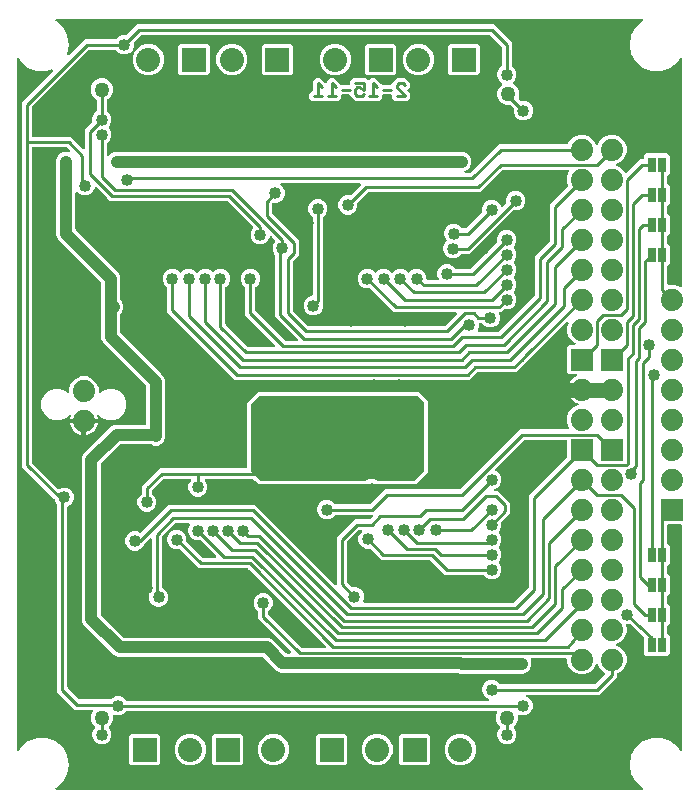
<source format=gbr>
G04 EAGLE Gerber RS-274X export*
G75*
%MOMM*%
%FSLAX34Y34*%
%LPD*%
%INBottom Copper*%
%IPPOS*%
%AMOC8*
5,1,8,0,0,1.08239X$1,22.5*%
G01*
%ADD10C,0.228600*%
%ADD11R,2.032000X2.032000*%
%ADD12C,2.032000*%
%ADD13R,1.879600X1.879600*%
%ADD14C,1.879600*%
%ADD15C,1.270000*%
%ADD16R,0.635000X1.270000*%
%ADD17C,0.254000*%
%ADD18C,1.016000*%
%ADD19C,1.016000*%
%ADD20C,0.812800*%
%ADD21C,1.270000*%
%ADD22C,0.203200*%
%ADD23C,0.889000*%

G36*
X235310Y119385D02*
X235310Y119385D01*
X235339Y119382D01*
X235450Y119405D01*
X235562Y119421D01*
X235589Y119433D01*
X235618Y119438D01*
X235718Y119490D01*
X235822Y119537D01*
X235844Y119556D01*
X235870Y119569D01*
X235952Y119647D01*
X236039Y119720D01*
X236055Y119745D01*
X236076Y119765D01*
X236133Y119863D01*
X236196Y119957D01*
X236205Y119985D01*
X236220Y120010D01*
X236248Y120120D01*
X236282Y120228D01*
X236283Y120258D01*
X236290Y120286D01*
X236286Y120399D01*
X236289Y120512D01*
X236282Y120541D01*
X236281Y120570D01*
X236246Y120678D01*
X236217Y120787D01*
X236202Y120813D01*
X236193Y120841D01*
X236148Y120904D01*
X236072Y121032D01*
X236026Y121075D01*
X235999Y121114D01*
X211360Y145752D01*
X208533Y148579D01*
X208533Y154708D01*
X208521Y154795D01*
X208518Y154883D01*
X208501Y154935D01*
X208493Y154990D01*
X208458Y155070D01*
X208431Y155153D01*
X208403Y155192D01*
X208377Y155249D01*
X208281Y155363D01*
X208236Y155426D01*
X205961Y157701D01*
X204723Y160689D01*
X204723Y163923D01*
X205961Y166911D01*
X208247Y169197D01*
X211235Y170435D01*
X214469Y170435D01*
X217457Y169197D01*
X219743Y166911D01*
X220981Y163923D01*
X220981Y160689D01*
X219743Y157701D01*
X217468Y155426D01*
X217416Y155356D01*
X217356Y155293D01*
X217330Y155243D01*
X217297Y155199D01*
X217266Y155117D01*
X217226Y155040D01*
X217218Y154992D01*
X217196Y154933D01*
X217184Y154786D01*
X217171Y154708D01*
X217171Y152577D01*
X217183Y152491D01*
X217186Y152403D01*
X217203Y152351D01*
X217211Y152296D01*
X217246Y152216D01*
X217273Y152133D01*
X217301Y152094D01*
X217327Y152036D01*
X217423Y151923D01*
X217468Y151860D01*
X245078Y124250D01*
X245147Y124198D01*
X245211Y124138D01*
X245261Y124112D01*
X245305Y124079D01*
X245386Y124048D01*
X245464Y124008D01*
X245512Y124000D01*
X245570Y123978D01*
X245718Y123966D01*
X245795Y123953D01*
X264999Y123953D01*
X265028Y123957D01*
X265057Y123954D01*
X265168Y123977D01*
X265280Y123993D01*
X265307Y124005D01*
X265336Y124010D01*
X265436Y124062D01*
X265540Y124109D01*
X265562Y124128D01*
X265588Y124141D01*
X265670Y124219D01*
X265757Y124292D01*
X265773Y124317D01*
X265794Y124337D01*
X265851Y124435D01*
X265914Y124529D01*
X265923Y124557D01*
X265938Y124582D01*
X265966Y124692D01*
X266000Y124800D01*
X266001Y124830D01*
X266008Y124858D01*
X266004Y124971D01*
X266007Y125084D01*
X266000Y125113D01*
X265999Y125142D01*
X265964Y125250D01*
X265935Y125359D01*
X265920Y125385D01*
X265911Y125413D01*
X265866Y125476D01*
X265790Y125604D01*
X265744Y125647D01*
X265717Y125686D01*
X200184Y191218D01*
X200115Y191270D01*
X200051Y191330D01*
X200001Y191356D01*
X199957Y191389D01*
X199876Y191420D01*
X199798Y191460D01*
X199750Y191468D01*
X199692Y191490D01*
X199544Y191502D01*
X199467Y191515D01*
X160036Y191515D01*
X160032Y191515D01*
X160030Y191515D01*
X158242Y191504D01*
X156977Y192769D01*
X156974Y192771D01*
X156973Y192774D01*
X142082Y207478D01*
X142014Y207529D01*
X141953Y207586D01*
X141900Y207613D01*
X141854Y207648D01*
X141775Y207677D01*
X141700Y207716D01*
X141650Y207724D01*
X141587Y207747D01*
X141446Y207758D01*
X141368Y207771D01*
X138083Y207771D01*
X135095Y209009D01*
X132809Y211295D01*
X131571Y214283D01*
X131571Y217517D01*
X132809Y220505D01*
X135095Y222791D01*
X138083Y224029D01*
X141317Y224029D01*
X144305Y222791D01*
X146591Y220505D01*
X147829Y217517D01*
X147829Y214367D01*
X147841Y214277D01*
X147845Y214186D01*
X147861Y214137D01*
X147869Y214085D01*
X147906Y214002D01*
X147934Y213916D01*
X147961Y213879D01*
X147985Y213826D01*
X148085Y213707D01*
X148131Y213644D01*
X161496Y200446D01*
X161564Y200395D01*
X161626Y200338D01*
X161678Y200311D01*
X161725Y200276D01*
X161804Y200247D01*
X161879Y200208D01*
X161929Y200200D01*
X161991Y200177D01*
X162132Y200166D01*
X162210Y200153D01*
X172289Y200153D01*
X172318Y200157D01*
X172347Y200154D01*
X172458Y200177D01*
X172570Y200193D01*
X172597Y200205D01*
X172626Y200210D01*
X172726Y200262D01*
X172830Y200309D01*
X172852Y200328D01*
X172878Y200341D01*
X172960Y200419D01*
X173047Y200492D01*
X173063Y200517D01*
X173084Y200537D01*
X173141Y200635D01*
X173204Y200729D01*
X173213Y200757D01*
X173228Y200782D01*
X173256Y200892D01*
X173290Y201000D01*
X173291Y201030D01*
X173298Y201058D01*
X173294Y201171D01*
X173297Y201284D01*
X173290Y201313D01*
X173289Y201342D01*
X173254Y201450D01*
X173225Y201559D01*
X173210Y201585D01*
X173201Y201613D01*
X173156Y201676D01*
X173080Y201804D01*
X173034Y201847D01*
X173007Y201886D01*
X159798Y215094D01*
X159729Y215146D01*
X159665Y215206D01*
X159615Y215232D01*
X159571Y215265D01*
X159490Y215296D01*
X159412Y215336D01*
X159364Y215344D01*
X159306Y215366D01*
X159158Y215378D01*
X159081Y215391D01*
X155863Y215391D01*
X152875Y216629D01*
X150589Y218915D01*
X149351Y221903D01*
X149351Y225137D01*
X150625Y228211D01*
X150653Y228323D01*
X150688Y228432D01*
X150689Y228460D01*
X150696Y228487D01*
X150692Y228601D01*
X150695Y228716D01*
X150688Y228743D01*
X150688Y228771D01*
X150653Y228880D01*
X150624Y228991D01*
X150609Y229015D01*
X150601Y229042D01*
X150537Y229137D01*
X150478Y229236D01*
X150458Y229255D01*
X150443Y229278D01*
X150355Y229352D01*
X150271Y229430D01*
X150246Y229443D01*
X150225Y229461D01*
X150120Y229507D01*
X150018Y229560D01*
X149993Y229564D01*
X149965Y229576D01*
X149702Y229613D01*
X149687Y229615D01*
X138861Y229615D01*
X138775Y229603D01*
X138687Y229600D01*
X138635Y229583D01*
X138580Y229575D01*
X138500Y229540D01*
X138417Y229513D01*
X138378Y229485D01*
X138321Y229459D01*
X138207Y229363D01*
X138144Y229318D01*
X127298Y218472D01*
X127246Y218403D01*
X127186Y218339D01*
X127160Y218289D01*
X127127Y218245D01*
X127096Y218164D01*
X127056Y218086D01*
X127048Y218038D01*
X127026Y217980D01*
X127014Y217832D01*
X127001Y217755D01*
X127001Y175451D01*
X127001Y175450D01*
X127001Y175448D01*
X127021Y175309D01*
X127041Y175170D01*
X127041Y175168D01*
X127041Y175167D01*
X127098Y175041D01*
X127157Y174910D01*
X127158Y174909D01*
X127159Y174908D01*
X127250Y174801D01*
X127340Y174693D01*
X127342Y174692D01*
X127343Y174691D01*
X127356Y174683D01*
X127577Y174536D01*
X127606Y174526D01*
X127627Y174513D01*
X128811Y174023D01*
X131097Y171737D01*
X132335Y168749D01*
X132335Y165515D01*
X131097Y162527D01*
X128811Y160241D01*
X125823Y159003D01*
X122589Y159003D01*
X119601Y160241D01*
X117315Y162527D01*
X116077Y165515D01*
X116077Y168749D01*
X117315Y171737D01*
X118066Y172488D01*
X118118Y172557D01*
X118178Y172621D01*
X118204Y172671D01*
X118237Y172715D01*
X118268Y172797D01*
X118308Y172875D01*
X118316Y172922D01*
X118338Y172981D01*
X118350Y173128D01*
X118363Y173206D01*
X118363Y215977D01*
X118359Y216006D01*
X118362Y216035D01*
X118339Y216146D01*
X118323Y216258D01*
X118311Y216285D01*
X118306Y216314D01*
X118254Y216414D01*
X118207Y216518D01*
X118188Y216540D01*
X118175Y216566D01*
X118097Y216648D01*
X118024Y216735D01*
X117999Y216751D01*
X117979Y216772D01*
X117881Y216829D01*
X117787Y216892D01*
X117759Y216901D01*
X117734Y216916D01*
X117624Y216944D01*
X117516Y216978D01*
X117486Y216979D01*
X117458Y216986D01*
X117345Y216982D01*
X117232Y216985D01*
X117203Y216978D01*
X117174Y216977D01*
X117066Y216942D01*
X116957Y216913D01*
X116931Y216898D01*
X116903Y216889D01*
X116840Y216844D01*
X116712Y216768D01*
X116669Y216722D01*
X116630Y216695D01*
X111931Y211995D01*
X111912Y211970D01*
X111889Y211950D01*
X111847Y211884D01*
X111760Y211768D01*
X111737Y211708D01*
X111711Y211666D01*
X111031Y210025D01*
X108745Y207739D01*
X105757Y206501D01*
X102523Y206501D01*
X99535Y207739D01*
X97249Y210025D01*
X96011Y213013D01*
X96011Y216247D01*
X97249Y219235D01*
X99535Y221521D01*
X102523Y222759D01*
X105757Y222759D01*
X108469Y221635D01*
X108471Y221635D01*
X108472Y221634D01*
X108605Y221600D01*
X108745Y221564D01*
X108746Y221564D01*
X108748Y221564D01*
X108888Y221568D01*
X109029Y221572D01*
X109030Y221573D01*
X109032Y221573D01*
X109165Y221616D01*
X109300Y221659D01*
X109301Y221660D01*
X109302Y221660D01*
X109314Y221669D01*
X109536Y221817D01*
X109555Y221841D01*
X109576Y221855D01*
X132577Y244857D01*
X206259Y244857D01*
X273348Y177767D01*
X273372Y177750D01*
X273391Y177727D01*
X273485Y177665D01*
X273575Y177597D01*
X273603Y177586D01*
X273627Y177570D01*
X273735Y177536D01*
X273841Y177495D01*
X273870Y177493D01*
X273898Y177484D01*
X274012Y177481D01*
X274124Y177472D01*
X274153Y177478D01*
X274182Y177477D01*
X274292Y177505D01*
X274403Y177528D01*
X274429Y177541D01*
X274457Y177549D01*
X274555Y177606D01*
X274655Y177659D01*
X274677Y177679D01*
X274702Y177694D01*
X274779Y177776D01*
X274861Y177854D01*
X274876Y177880D01*
X274896Y177901D01*
X274948Y178002D01*
X275005Y178100D01*
X275012Y178128D01*
X275026Y178154D01*
X275039Y178232D01*
X275075Y178375D01*
X275073Y178438D01*
X275081Y178485D01*
X275081Y217689D01*
X290311Y232919D01*
X302591Y232919D01*
X302677Y232931D01*
X302765Y232934D01*
X302817Y232951D01*
X302872Y232959D01*
X302952Y232994D01*
X303035Y233021D01*
X303074Y233049D01*
X303131Y233075D01*
X303245Y233171D01*
X303308Y233216D01*
X305341Y235248D01*
X305358Y235272D01*
X305381Y235291D01*
X305443Y235385D01*
X305511Y235475D01*
X305522Y235503D01*
X305538Y235527D01*
X305572Y235635D01*
X305613Y235741D01*
X305615Y235770D01*
X305624Y235798D01*
X305627Y235912D01*
X305636Y236024D01*
X305630Y236053D01*
X305631Y236082D01*
X305603Y236192D01*
X305580Y236303D01*
X305567Y236329D01*
X305559Y236357D01*
X305502Y236455D01*
X305449Y236555D01*
X305429Y236577D01*
X305414Y236602D01*
X305332Y236679D01*
X305254Y236761D01*
X305228Y236776D01*
X305207Y236796D01*
X305106Y236848D01*
X305008Y236905D01*
X304980Y236912D01*
X304954Y236926D01*
X304876Y236939D01*
X304733Y236975D01*
X304670Y236973D01*
X304623Y236981D01*
X274298Y236981D01*
X274211Y236969D01*
X274124Y236966D01*
X274071Y236949D01*
X274016Y236941D01*
X273936Y236906D01*
X273853Y236879D01*
X273814Y236851D01*
X273757Y236825D01*
X273643Y236729D01*
X273580Y236684D01*
X271305Y234409D01*
X268317Y233171D01*
X265083Y233171D01*
X262095Y234409D01*
X259809Y236695D01*
X258571Y239683D01*
X258571Y242917D01*
X259809Y245905D01*
X262095Y248191D01*
X265083Y249429D01*
X268317Y249429D01*
X271305Y248191D01*
X273580Y245916D01*
X273649Y245864D01*
X273713Y245804D01*
X273763Y245778D01*
X273807Y245745D01*
X273889Y245714D01*
X273967Y245674D01*
X274014Y245666D01*
X274073Y245644D01*
X274220Y245632D01*
X274298Y245619D01*
X302591Y245619D01*
X302677Y245631D01*
X302765Y245634D01*
X302817Y245651D01*
X302872Y245659D01*
X302952Y245694D01*
X303035Y245721D01*
X303074Y245749D01*
X303131Y245775D01*
X303245Y245871D01*
X303308Y245916D01*
X315711Y258319D01*
X378791Y258319D01*
X378877Y258331D01*
X378965Y258334D01*
X379017Y258351D01*
X379072Y258359D01*
X379152Y258394D01*
X379235Y258421D01*
X379274Y258449D01*
X379331Y258475D01*
X379445Y258571D01*
X379508Y258616D01*
X430011Y309119D01*
X471080Y309119D01*
X471194Y309135D01*
X471308Y309145D01*
X471334Y309155D01*
X471361Y309159D01*
X471466Y309206D01*
X471573Y309247D01*
X471596Y309263D01*
X471621Y309275D01*
X471708Y309349D01*
X471800Y309418D01*
X471817Y309441D01*
X471838Y309458D01*
X471902Y309554D01*
X471970Y309646D01*
X471980Y309672D01*
X471995Y309695D01*
X472030Y309805D01*
X472071Y309912D01*
X472073Y309940D01*
X472081Y309966D01*
X472084Y310081D01*
X472093Y310195D01*
X472088Y310220D01*
X472089Y310250D01*
X472021Y310507D01*
X472018Y310523D01*
X470153Y315024D01*
X470153Y319976D01*
X472048Y324551D01*
X475549Y328052D01*
X479211Y329569D01*
X479271Y329604D01*
X479335Y329630D01*
X479393Y329676D01*
X479456Y329713D01*
X479504Y329763D01*
X479558Y329806D01*
X479601Y329866D01*
X479651Y329920D01*
X479683Y329981D01*
X479723Y330038D01*
X479748Y330107D01*
X479782Y330173D01*
X479795Y330240D01*
X479818Y330306D01*
X479822Y330379D01*
X479837Y330452D01*
X479831Y330520D01*
X479835Y330589D01*
X479819Y330661D01*
X479812Y330735D01*
X479787Y330799D01*
X479772Y330867D01*
X479737Y330931D01*
X479710Y331000D01*
X479669Y331055D01*
X479635Y331116D01*
X479583Y331168D01*
X479539Y331227D01*
X479483Y331268D01*
X479434Y331317D01*
X479379Y331346D01*
X479311Y331397D01*
X479203Y331438D01*
X479137Y331472D01*
X478017Y331836D01*
X476343Y332689D01*
X474822Y333794D01*
X473494Y335122D01*
X472389Y336643D01*
X471536Y338317D01*
X470955Y340104D01*
X470834Y340869D01*
X481584Y340869D01*
X481642Y340877D01*
X481700Y340875D01*
X481782Y340897D01*
X481865Y340909D01*
X481919Y340933D01*
X481975Y340947D01*
X482048Y340990D01*
X482125Y341025D01*
X482169Y341063D01*
X482220Y341093D01*
X482277Y341154D01*
X482342Y341209D01*
X482374Y341257D01*
X482414Y341300D01*
X482453Y341375D01*
X482499Y341445D01*
X482517Y341501D01*
X482544Y341553D01*
X482555Y341621D01*
X482585Y341716D01*
X482588Y341816D01*
X482599Y341884D01*
X482599Y343916D01*
X482591Y343974D01*
X482592Y344032D01*
X482571Y344114D01*
X482559Y344197D01*
X482535Y344251D01*
X482521Y344307D01*
X482478Y344380D01*
X482443Y344457D01*
X482405Y344502D01*
X482375Y344552D01*
X482314Y344610D01*
X482259Y344674D01*
X482211Y344706D01*
X482168Y344746D01*
X482093Y344785D01*
X482023Y344831D01*
X481967Y344849D01*
X481915Y344876D01*
X481847Y344887D01*
X481752Y344917D01*
X481652Y344920D01*
X481584Y344931D01*
X470834Y344931D01*
X470955Y345696D01*
X471536Y347483D01*
X472389Y349157D01*
X473494Y350678D01*
X474822Y352006D01*
X476343Y353111D01*
X477957Y353933D01*
X477995Y353960D01*
X478037Y353979D01*
X478111Y354041D01*
X478190Y354097D01*
X478219Y354133D01*
X478254Y354163D01*
X478308Y354243D01*
X478368Y354318D01*
X478386Y354361D01*
X478412Y354399D01*
X478441Y354491D01*
X478478Y354580D01*
X478483Y354626D01*
X478497Y354670D01*
X478500Y354767D01*
X478511Y354863D01*
X478504Y354908D01*
X478505Y354954D01*
X478480Y355048D01*
X478464Y355143D01*
X478445Y355185D01*
X478433Y355229D01*
X478384Y355312D01*
X478342Y355400D01*
X478311Y355434D01*
X478288Y355474D01*
X478217Y355540D01*
X478153Y355612D01*
X478114Y355637D01*
X478080Y355668D01*
X477994Y355712D01*
X477913Y355764D01*
X477868Y355777D01*
X477827Y355798D01*
X477753Y355810D01*
X477640Y355843D01*
X477556Y355843D01*
X477496Y355853D01*
X471939Y355853D01*
X470153Y357639D01*
X470153Y378961D01*
X471939Y380747D01*
X476243Y380747D01*
X476328Y380759D01*
X476414Y380761D01*
X476468Y380779D01*
X476525Y380787D01*
X476603Y380822D01*
X476685Y380848D01*
X476732Y380880D01*
X476784Y380903D01*
X476850Y380958D01*
X476921Y381006D01*
X476958Y381050D01*
X477001Y381086D01*
X477049Y381158D01*
X477104Y381224D01*
X477127Y381276D01*
X477159Y381323D01*
X477185Y381405D01*
X477219Y381484D01*
X477227Y381540D01*
X477244Y381594D01*
X477247Y381680D01*
X477258Y381765D01*
X477250Y381821D01*
X477252Y381878D01*
X477230Y381961D01*
X477218Y382047D01*
X477194Y382098D01*
X477180Y382153D01*
X477136Y382227D01*
X477101Y382306D01*
X477064Y382349D01*
X477035Y382398D01*
X476972Y382457D01*
X476916Y382522D01*
X476874Y382548D01*
X476827Y382592D01*
X476698Y382658D01*
X476632Y382700D01*
X475549Y383148D01*
X472048Y386649D01*
X470153Y391224D01*
X470153Y396176D01*
X471290Y398920D01*
X471311Y399003D01*
X471342Y399084D01*
X471347Y399140D01*
X471361Y399195D01*
X471358Y399281D01*
X471366Y399367D01*
X471354Y399423D01*
X471353Y399480D01*
X471327Y399561D01*
X471310Y399646D01*
X471284Y399696D01*
X471266Y399750D01*
X471218Y399822D01*
X471179Y399898D01*
X471140Y399939D01*
X471108Y399987D01*
X471042Y400042D01*
X470983Y400104D01*
X470934Y400133D01*
X470890Y400169D01*
X470812Y400204D01*
X470738Y400248D01*
X470683Y400262D01*
X470631Y400285D01*
X470545Y400297D01*
X470462Y400318D01*
X470405Y400316D01*
X470349Y400324D01*
X470264Y400312D01*
X470178Y400309D01*
X470124Y400291D01*
X470068Y400283D01*
X469989Y400248D01*
X469908Y400221D01*
X469867Y400193D01*
X469808Y400166D01*
X469698Y400072D01*
X469634Y400027D01*
X437102Y367494D01*
X433292Y363684D01*
X433291Y363684D01*
X427239Y357631D01*
X394639Y357631D01*
X394553Y357619D01*
X394465Y357616D01*
X394413Y357599D01*
X394358Y357591D01*
X394278Y357556D01*
X394195Y357529D01*
X394156Y357501D01*
X394099Y357475D01*
X393985Y357379D01*
X393922Y357334D01*
X387869Y351281D01*
X188711Y351281D01*
X131571Y408421D01*
X131571Y429282D01*
X131559Y429369D01*
X131556Y429457D01*
X131539Y429509D01*
X131531Y429564D01*
X131496Y429644D01*
X131469Y429727D01*
X131441Y429766D01*
X131415Y429823D01*
X131319Y429937D01*
X131274Y430000D01*
X128999Y432275D01*
X127761Y435263D01*
X127761Y438497D01*
X128999Y441485D01*
X131285Y443771D01*
X134273Y445009D01*
X137507Y445009D01*
X140495Y443771D01*
X142157Y442109D01*
X142204Y442074D01*
X142244Y442031D01*
X142317Y441988D01*
X142384Y441938D01*
X142439Y441917D01*
X142489Y441887D01*
X142571Y441867D01*
X142650Y441837D01*
X142708Y441832D01*
X142765Y441817D01*
X142849Y441820D01*
X142933Y441813D01*
X142991Y441824D01*
X143049Y441826D01*
X143129Y441852D01*
X143212Y441869D01*
X143264Y441896D01*
X143320Y441914D01*
X143376Y441954D01*
X143464Y442000D01*
X143537Y442069D01*
X143593Y442109D01*
X145255Y443771D01*
X148243Y445009D01*
X151477Y445009D01*
X154465Y443771D01*
X156127Y442109D01*
X156174Y442074D01*
X156214Y442031D01*
X156287Y441988D01*
X156354Y441938D01*
X156409Y441917D01*
X156459Y441887D01*
X156541Y441867D01*
X156620Y441837D01*
X156678Y441832D01*
X156735Y441817D01*
X156819Y441820D01*
X156903Y441813D01*
X156961Y441824D01*
X157019Y441826D01*
X157099Y441852D01*
X157182Y441869D01*
X157234Y441896D01*
X157290Y441914D01*
X157346Y441954D01*
X157434Y442000D01*
X157507Y442069D01*
X157563Y442109D01*
X159225Y443771D01*
X162213Y445009D01*
X165447Y445009D01*
X168435Y443771D01*
X169462Y442744D01*
X169509Y442709D01*
X169549Y442666D01*
X169622Y442623D01*
X169689Y442573D01*
X169744Y442552D01*
X169794Y442522D01*
X169876Y442502D01*
X169955Y442472D01*
X170013Y442467D01*
X170070Y442452D01*
X170154Y442455D01*
X170238Y442448D01*
X170296Y442459D01*
X170354Y442461D01*
X170434Y442487D01*
X170517Y442504D01*
X170569Y442531D01*
X170625Y442549D01*
X170681Y442589D01*
X170769Y442635D01*
X170842Y442704D01*
X170898Y442744D01*
X171925Y443771D01*
X174913Y445009D01*
X178147Y445009D01*
X181135Y443771D01*
X183421Y441485D01*
X184659Y438497D01*
X184659Y435263D01*
X183421Y432275D01*
X181146Y430000D01*
X181094Y429931D01*
X181034Y429867D01*
X181008Y429817D01*
X180975Y429773D01*
X180944Y429691D01*
X180904Y429613D01*
X180896Y429566D01*
X180874Y429507D01*
X180862Y429360D01*
X180849Y429282D01*
X180849Y398449D01*
X180861Y398363D01*
X180864Y398275D01*
X180881Y398223D01*
X180889Y398168D01*
X180924Y398088D01*
X180951Y398005D01*
X180979Y397966D01*
X181005Y397909D01*
X181101Y397795D01*
X181146Y397732D01*
X199612Y379266D01*
X199681Y379214D01*
X199745Y379154D01*
X199795Y379128D01*
X199839Y379095D01*
X199920Y379064D01*
X199998Y379024D01*
X200046Y379016D01*
X200104Y378994D01*
X200252Y378982D01*
X200329Y378969D01*
X222073Y378969D01*
X222102Y378973D01*
X222131Y378970D01*
X222242Y378993D01*
X222354Y379009D01*
X222381Y379021D01*
X222410Y379026D01*
X222510Y379078D01*
X222614Y379125D01*
X222636Y379144D01*
X222662Y379157D01*
X222744Y379235D01*
X222831Y379308D01*
X222847Y379333D01*
X222868Y379353D01*
X222925Y379451D01*
X222988Y379545D01*
X222997Y379573D01*
X223012Y379598D01*
X223040Y379708D01*
X223074Y379816D01*
X223075Y379846D01*
X223082Y379874D01*
X223078Y379987D01*
X223081Y380100D01*
X223074Y380129D01*
X223073Y380158D01*
X223038Y380266D01*
X223009Y380375D01*
X222994Y380401D01*
X222985Y380429D01*
X222940Y380492D01*
X222864Y380620D01*
X222818Y380663D01*
X222791Y380702D01*
X197611Y405881D01*
X197611Y429282D01*
X197599Y429369D01*
X197596Y429457D01*
X197579Y429509D01*
X197571Y429564D01*
X197536Y429644D01*
X197509Y429727D01*
X197481Y429766D01*
X197455Y429823D01*
X197359Y429937D01*
X197314Y430000D01*
X195039Y432275D01*
X193801Y435263D01*
X193801Y438497D01*
X195039Y441485D01*
X197325Y443771D01*
X200313Y445009D01*
X203547Y445009D01*
X206535Y443771D01*
X208821Y441485D01*
X210059Y438497D01*
X210059Y435263D01*
X208821Y432275D01*
X206546Y430000D01*
X206494Y429930D01*
X206434Y429867D01*
X206408Y429817D01*
X206375Y429773D01*
X206344Y429691D01*
X206304Y429614D01*
X206296Y429566D01*
X206274Y429507D01*
X206262Y429360D01*
X206249Y429282D01*
X206249Y409879D01*
X206261Y409793D01*
X206264Y409705D01*
X206281Y409653D01*
X206289Y409598D01*
X206324Y409518D01*
X206351Y409435D01*
X206379Y409396D01*
X206405Y409339D01*
X206501Y409225D01*
X206546Y409162D01*
X231362Y384346D01*
X231431Y384294D01*
X231495Y384234D01*
X231545Y384208D01*
X231589Y384175D01*
X231670Y384144D01*
X231748Y384104D01*
X231796Y384096D01*
X231854Y384074D01*
X232002Y384062D01*
X232079Y384049D01*
X241123Y384049D01*
X241152Y384053D01*
X241181Y384050D01*
X241292Y384073D01*
X241404Y384089D01*
X241431Y384101D01*
X241460Y384106D01*
X241560Y384158D01*
X241664Y384205D01*
X241686Y384224D01*
X241712Y384237D01*
X241794Y384315D01*
X241881Y384388D01*
X241897Y384413D01*
X241918Y384433D01*
X241975Y384531D01*
X242038Y384625D01*
X242047Y384653D01*
X242062Y384678D01*
X242090Y384788D01*
X242124Y384896D01*
X242125Y384926D01*
X242132Y384954D01*
X242128Y385067D01*
X242131Y385180D01*
X242124Y385209D01*
X242123Y385238D01*
X242088Y385346D01*
X242059Y385455D01*
X242044Y385481D01*
X242035Y385509D01*
X241990Y385572D01*
X241914Y385700D01*
X241869Y385743D01*
X241841Y385782D01*
X223011Y404611D01*
X223011Y456460D01*
X222999Y456547D01*
X222996Y456634D01*
X222979Y456687D01*
X222971Y456742D01*
X222936Y456822D01*
X222909Y456905D01*
X222881Y456944D01*
X222855Y457001D01*
X222759Y457115D01*
X222714Y457178D01*
X221963Y457929D01*
X220725Y460917D01*
X220725Y464151D01*
X221963Y467139D01*
X222890Y468066D01*
X222926Y468113D01*
X222968Y468153D01*
X223011Y468226D01*
X223061Y468293D01*
X223082Y468348D01*
X223112Y468398D01*
X223132Y468480D01*
X223163Y468559D01*
X223167Y468617D01*
X223182Y468674D01*
X223179Y468758D01*
X223186Y468842D01*
X223175Y468900D01*
X223173Y468958D01*
X223147Y469038D01*
X223130Y469121D01*
X223103Y469173D01*
X223085Y469229D01*
X223045Y469285D01*
X222999Y469373D01*
X222930Y469446D01*
X222890Y469502D01*
X219985Y472407D01*
X219894Y472476D01*
X219805Y472550D01*
X219780Y472562D01*
X219758Y472578D01*
X219651Y472619D01*
X219546Y472666D01*
X219518Y472670D01*
X219492Y472679D01*
X219378Y472689D01*
X219264Y472705D01*
X219237Y472701D01*
X219209Y472703D01*
X219096Y472680D01*
X218983Y472664D01*
X218957Y472653D01*
X218930Y472647D01*
X218828Y472594D01*
X218724Y472547D01*
X218702Y472529D01*
X218678Y472516D01*
X218595Y472437D01*
X218507Y472363D01*
X218494Y472341D01*
X218472Y472320D01*
X218337Y472091D01*
X218329Y472078D01*
X217203Y469359D01*
X214917Y467073D01*
X211929Y465835D01*
X208695Y465835D01*
X205707Y467073D01*
X203421Y469359D01*
X202183Y472347D01*
X202183Y475581D01*
X203421Y478569D01*
X204094Y479242D01*
X204130Y479289D01*
X204172Y479329D01*
X204215Y479402D01*
X204265Y479469D01*
X204286Y479524D01*
X204316Y479574D01*
X204336Y479656D01*
X204367Y479735D01*
X204371Y479793D01*
X204386Y479850D01*
X204383Y479934D01*
X204390Y480018D01*
X204379Y480076D01*
X204377Y480134D01*
X204351Y480214D01*
X204334Y480297D01*
X204307Y480349D01*
X204289Y480405D01*
X204249Y480461D01*
X204203Y480549D01*
X204134Y480622D01*
X204094Y480678D01*
X182658Y502114D01*
X182589Y502166D01*
X182525Y502226D01*
X182475Y502252D01*
X182431Y502285D01*
X182350Y502316D01*
X182272Y502356D01*
X182224Y502364D01*
X182166Y502386D01*
X182018Y502398D01*
X181941Y502411D01*
X83301Y502411D01*
X80474Y505238D01*
X71724Y513989D01*
X71632Y514058D01*
X71544Y514132D01*
X71518Y514143D01*
X71496Y514160D01*
X71389Y514201D01*
X71284Y514247D01*
X71257Y514251D01*
X71231Y514261D01*
X71116Y514271D01*
X71002Y514286D01*
X70975Y514282D01*
X70947Y514285D01*
X70835Y514262D01*
X70721Y514246D01*
X70696Y514234D01*
X70669Y514229D01*
X70567Y514176D01*
X70462Y514128D01*
X70441Y514110D01*
X70416Y514098D01*
X70333Y514019D01*
X70246Y513944D01*
X70232Y513923D01*
X70210Y513902D01*
X70076Y513673D01*
X70068Y513660D01*
X68867Y510761D01*
X66581Y508475D01*
X63593Y507237D01*
X60359Y507237D01*
X57371Y508475D01*
X55582Y510264D01*
X55558Y510282D01*
X55539Y510304D01*
X55445Y510367D01*
X55355Y510435D01*
X55327Y510446D01*
X55303Y510462D01*
X55195Y510496D01*
X55089Y510536D01*
X55060Y510539D01*
X55032Y510548D01*
X54918Y510551D01*
X54806Y510560D01*
X54777Y510554D01*
X54748Y510555D01*
X54638Y510526D01*
X54527Y510504D01*
X54501Y510491D01*
X54473Y510483D01*
X54375Y510425D01*
X54275Y510373D01*
X54253Y510353D01*
X54228Y510338D01*
X54151Y510255D01*
X54069Y510177D01*
X54054Y510152D01*
X54034Y510131D01*
X53982Y510030D01*
X53925Y509932D01*
X53918Y509904D01*
X53904Y509878D01*
X53891Y509800D01*
X53855Y509657D01*
X53857Y509594D01*
X53849Y509546D01*
X53849Y478768D01*
X53861Y478681D01*
X53864Y478594D01*
X53881Y478541D01*
X53889Y478486D01*
X53924Y478406D01*
X53951Y478323D01*
X53979Y478284D01*
X54005Y478227D01*
X54101Y478113D01*
X54146Y478050D01*
X90711Y441485D01*
X91949Y438497D01*
X91949Y419078D01*
X91961Y418991D01*
X91964Y418904D01*
X91981Y418851D01*
X91989Y418796D01*
X92024Y418716D01*
X92051Y418633D01*
X92079Y418594D01*
X92105Y418537D01*
X92201Y418423D01*
X92246Y418360D01*
X93251Y417355D01*
X94489Y414367D01*
X94489Y411133D01*
X93251Y408145D01*
X92246Y407140D01*
X92194Y407071D01*
X92134Y407007D01*
X92108Y406957D01*
X92075Y406913D01*
X92044Y406831D01*
X92004Y406753D01*
X91996Y406706D01*
X91974Y406647D01*
X91962Y406500D01*
X91949Y406422D01*
X91949Y391138D01*
X91961Y391051D01*
X91964Y390964D01*
X91981Y390911D01*
X91989Y390856D01*
X92024Y390776D01*
X92051Y390693D01*
X92079Y390654D01*
X92105Y390597D01*
X92201Y390483D01*
X92246Y390420D01*
X126382Y356284D01*
X128811Y353855D01*
X130049Y350867D01*
X130049Y301913D01*
X128811Y298925D01*
X126525Y296639D01*
X123537Y295401D01*
X120303Y295401D01*
X117424Y296594D01*
X117394Y296602D01*
X117366Y296616D01*
X117289Y296629D01*
X117148Y296665D01*
X117084Y296663D01*
X117035Y296671D01*
X92688Y296671D01*
X92601Y296659D01*
X92514Y296656D01*
X92461Y296639D01*
X92406Y296631D01*
X92326Y296596D01*
X92243Y296569D01*
X92204Y296541D01*
X92147Y296515D01*
X92033Y296419D01*
X91970Y296374D01*
X75736Y280140D01*
X75684Y280071D01*
X75624Y280007D01*
X75598Y279957D01*
X75565Y279913D01*
X75534Y279831D01*
X75494Y279753D01*
X75486Y279706D01*
X75464Y279647D01*
X75452Y279500D01*
X75439Y279422D01*
X75439Y152378D01*
X75451Y152291D01*
X75454Y152204D01*
X75471Y152151D01*
X75479Y152096D01*
X75514Y152016D01*
X75541Y151933D01*
X75569Y151894D01*
X75595Y151837D01*
X75691Y151723D01*
X75736Y151660D01*
X94256Y133140D01*
X94325Y133088D01*
X94389Y133028D01*
X94439Y133002D01*
X94483Y132969D01*
X94565Y132938D01*
X94643Y132898D01*
X94690Y132890D01*
X94749Y132868D01*
X94896Y132856D01*
X94974Y132843D01*
X217263Y132843D01*
X220251Y131605D01*
X232178Y119678D01*
X232247Y119626D01*
X232311Y119566D01*
X232361Y119540D01*
X232405Y119507D01*
X232487Y119476D01*
X232565Y119436D01*
X232612Y119428D01*
X232671Y119406D01*
X232818Y119394D01*
X232896Y119381D01*
X235281Y119381D01*
X235310Y119385D01*
G37*
G36*
X566352Y429538D02*
X566352Y429538D01*
X566466Y429535D01*
X566493Y429542D01*
X566521Y429543D01*
X566631Y429578D01*
X566742Y429607D01*
X566766Y429621D01*
X566792Y429630D01*
X566887Y429693D01*
X566986Y429752D01*
X567005Y429772D01*
X567028Y429788D01*
X567102Y429875D01*
X567181Y429959D01*
X567193Y429984D01*
X567211Y430005D01*
X567258Y430110D01*
X567310Y430212D01*
X567314Y430237D01*
X567327Y430265D01*
X567363Y430527D01*
X567366Y430543D01*
X567424Y622931D01*
X567421Y622951D01*
X567423Y622971D01*
X567401Y623092D01*
X567384Y623213D01*
X567376Y623231D01*
X567373Y623250D01*
X567318Y623361D01*
X567268Y623472D01*
X567255Y623487D01*
X567246Y623505D01*
X567164Y623596D01*
X567084Y623689D01*
X567068Y623700D01*
X567055Y623715D01*
X566950Y623779D01*
X566848Y623847D01*
X566829Y623853D01*
X566812Y623863D01*
X566693Y623896D01*
X566577Y623933D01*
X566557Y623933D01*
X566538Y623939D01*
X566415Y623937D01*
X566293Y623940D01*
X566274Y623935D01*
X566254Y623935D01*
X566136Y623899D01*
X566018Y623869D01*
X566001Y623859D01*
X565982Y623853D01*
X565879Y623786D01*
X565773Y623723D01*
X565760Y623709D01*
X565743Y623698D01*
X565696Y623641D01*
X565579Y623516D01*
X565555Y623471D01*
X565529Y623439D01*
X563685Y620244D01*
X557578Y615120D01*
X550086Y612393D01*
X542114Y612393D01*
X534622Y615120D01*
X528515Y620244D01*
X524529Y627149D01*
X523145Y635000D01*
X524529Y642851D01*
X528515Y649755D01*
X534220Y654542D01*
X534269Y654597D01*
X534325Y654645D01*
X534364Y654702D01*
X534410Y654754D01*
X534442Y654820D01*
X534483Y654881D01*
X534504Y654947D01*
X534534Y655010D01*
X534546Y655082D01*
X534568Y655152D01*
X534570Y655221D01*
X534582Y655290D01*
X534574Y655363D01*
X534576Y655436D01*
X534558Y655503D01*
X534551Y655572D01*
X534523Y655640D01*
X534504Y655711D01*
X534469Y655771D01*
X534442Y655835D01*
X534396Y655893D01*
X534359Y655956D01*
X534308Y656003D01*
X534265Y656057D01*
X534205Y656100D01*
X534151Y656150D01*
X534090Y656182D01*
X534033Y656222D01*
X533964Y656246D01*
X533898Y656280D01*
X533840Y656290D01*
X533765Y656316D01*
X533643Y656323D01*
X533567Y656335D01*
X37933Y656335D01*
X37860Y656325D01*
X37786Y656325D01*
X37720Y656305D01*
X37651Y656295D01*
X37584Y656265D01*
X37514Y656245D01*
X37455Y656208D01*
X37392Y656179D01*
X37336Y656132D01*
X37274Y656092D01*
X37228Y656040D01*
X37175Y655996D01*
X37134Y655934D01*
X37085Y655879D01*
X37056Y655817D01*
X37017Y655759D01*
X36995Y655689D01*
X36964Y655622D01*
X36952Y655554D01*
X36932Y655488D01*
X36930Y655414D01*
X36918Y655342D01*
X36926Y655273D01*
X36924Y655204D01*
X36943Y655133D01*
X36952Y655059D01*
X36979Y654996D01*
X36996Y654929D01*
X37034Y654865D01*
X37062Y654798D01*
X37101Y654753D01*
X37141Y654684D01*
X37231Y654600D01*
X37280Y654542D01*
X42985Y649756D01*
X46971Y642851D01*
X48355Y635000D01*
X46980Y627200D01*
X46976Y627082D01*
X46966Y626965D01*
X46971Y626940D01*
X46970Y626915D01*
X46999Y626802D01*
X47022Y626686D01*
X47034Y626664D01*
X47040Y626640D01*
X47099Y626538D01*
X47153Y626434D01*
X47170Y626416D01*
X47183Y626394D01*
X47268Y626313D01*
X47349Y626228D01*
X47371Y626215D01*
X47389Y626198D01*
X47493Y626143D01*
X47594Y626084D01*
X47619Y626078D01*
X47641Y626066D01*
X47756Y626043D01*
X47870Y626014D01*
X47895Y626015D01*
X47919Y626010D01*
X48037Y626019D01*
X48154Y626023D01*
X48178Y626031D01*
X48203Y626033D01*
X48313Y626074D01*
X48424Y626110D01*
X48443Y626124D01*
X48469Y626133D01*
X48696Y626304D01*
X48697Y626305D01*
X48698Y626305D01*
X61711Y639319D01*
X87652Y639319D01*
X87739Y639331D01*
X87826Y639334D01*
X87879Y639351D01*
X87934Y639359D01*
X88014Y639394D01*
X88097Y639421D01*
X88136Y639449D01*
X88193Y639475D01*
X88307Y639571D01*
X88370Y639616D01*
X90645Y641891D01*
X93633Y643129D01*
X96851Y643129D01*
X96937Y643141D01*
X97025Y643144D01*
X97077Y643161D01*
X97132Y643169D01*
X97212Y643204D01*
X97295Y643231D01*
X97334Y643259D01*
X97391Y643285D01*
X97505Y643381D01*
X97568Y643426D01*
X106161Y652019D01*
X408189Y652019D01*
X423419Y636789D01*
X423419Y617198D01*
X423431Y617111D01*
X423434Y617024D01*
X423451Y616971D01*
X423459Y616916D01*
X423494Y616836D01*
X423521Y616753D01*
X423549Y616714D01*
X423575Y616657D01*
X423671Y616543D01*
X423716Y616480D01*
X425991Y614205D01*
X427229Y611217D01*
X427229Y607983D01*
X425991Y604995D01*
X424194Y603198D01*
X424126Y603107D01*
X424051Y603019D01*
X424040Y602993D01*
X424023Y602971D01*
X423983Y602864D01*
X423936Y602759D01*
X423932Y602732D01*
X423922Y602706D01*
X423913Y602591D01*
X423897Y602477D01*
X423901Y602450D01*
X423899Y602422D01*
X423921Y602310D01*
X423938Y602196D01*
X423949Y602171D01*
X423954Y602144D01*
X424007Y602042D01*
X424055Y601937D01*
X424073Y601916D01*
X424085Y601891D01*
X424165Y601808D01*
X424239Y601721D01*
X424260Y601707D01*
X424281Y601685D01*
X424511Y601551D01*
X424524Y601543D01*
X425694Y601058D01*
X428338Y598414D01*
X429769Y594960D01*
X429769Y591220D01*
X429240Y589944D01*
X429240Y589942D01*
X429239Y589941D01*
X429204Y589806D01*
X429169Y589669D01*
X429169Y589667D01*
X429169Y589666D01*
X429173Y589524D01*
X429177Y589385D01*
X429178Y589383D01*
X429178Y589381D01*
X429221Y589249D01*
X429264Y589114D01*
X429265Y589112D01*
X429265Y589111D01*
X429274Y589099D01*
X429422Y588878D01*
X429446Y588858D01*
X429460Y588838D01*
X430751Y587546D01*
X430821Y587494D01*
X430885Y587434D01*
X430934Y587408D01*
X430979Y587375D01*
X431061Y587344D01*
X431138Y587304D01*
X431186Y587296D01*
X431244Y587274D01*
X431392Y587262D01*
X431469Y587249D01*
X434687Y587249D01*
X437675Y586011D01*
X439961Y583725D01*
X441199Y580737D01*
X441199Y577503D01*
X439961Y574515D01*
X437675Y572229D01*
X434687Y570991D01*
X431453Y570991D01*
X428465Y572229D01*
X426179Y574515D01*
X424941Y577503D01*
X424941Y580721D01*
X424929Y580807D01*
X424928Y580833D01*
X424928Y580843D01*
X424928Y580846D01*
X424926Y580895D01*
X424909Y580947D01*
X424901Y581002D01*
X424867Y581080D01*
X424857Y581118D01*
X424851Y581128D01*
X424839Y581165D01*
X424811Y581204D01*
X424785Y581262D01*
X424739Y581316D01*
X424711Y581363D01*
X424671Y581400D01*
X424644Y581438D01*
X422688Y583394D01*
X422619Y583446D01*
X422555Y583506D01*
X422505Y583532D01*
X422461Y583565D01*
X422380Y583596D01*
X422302Y583636D01*
X422254Y583644D01*
X422196Y583666D01*
X422048Y583678D01*
X421971Y583691D01*
X418500Y583691D01*
X415046Y585122D01*
X412402Y587766D01*
X410971Y591220D01*
X410971Y594960D01*
X412402Y598414D01*
X414978Y600990D01*
X415046Y601081D01*
X415121Y601169D01*
X415132Y601195D01*
X415149Y601217D01*
X415189Y601324D01*
X415236Y601429D01*
X415240Y601457D01*
X415250Y601482D01*
X415259Y601596D01*
X415275Y601711D01*
X415271Y601738D01*
X415273Y601766D01*
X415251Y601878D01*
X415234Y601992D01*
X415223Y602017D01*
X415218Y602044D01*
X415165Y602146D01*
X415117Y602251D01*
X415099Y602272D01*
X415087Y602297D01*
X415007Y602380D01*
X414933Y602468D01*
X414912Y602481D01*
X414891Y602503D01*
X414661Y602637D01*
X414648Y602645D01*
X414495Y602709D01*
X412209Y604995D01*
X410971Y607983D01*
X410971Y611217D01*
X412209Y614205D01*
X414484Y616480D01*
X414536Y616549D01*
X414596Y616613D01*
X414622Y616663D01*
X414655Y616707D01*
X414686Y616789D01*
X414726Y616867D01*
X414734Y616914D01*
X414756Y616973D01*
X414767Y617108D01*
X414768Y617120D01*
X414781Y617198D01*
X414781Y632791D01*
X414769Y632877D01*
X414766Y632965D01*
X414749Y633017D01*
X414741Y633072D01*
X414706Y633152D01*
X414679Y633235D01*
X414651Y633274D01*
X414625Y633331D01*
X414529Y633445D01*
X414484Y633508D01*
X404908Y643084D01*
X404839Y643136D01*
X404775Y643196D01*
X404725Y643222D01*
X404681Y643255D01*
X404600Y643286D01*
X404522Y643326D01*
X404474Y643334D01*
X404416Y643356D01*
X404268Y643368D01*
X404191Y643381D01*
X110159Y643381D01*
X110073Y643369D01*
X109985Y643366D01*
X109933Y643349D01*
X109878Y643341D01*
X109798Y643306D01*
X109715Y643279D01*
X109676Y643251D01*
X109619Y643225D01*
X109505Y643129D01*
X109442Y643084D01*
X103676Y637318D01*
X103624Y637249D01*
X103564Y637185D01*
X103538Y637135D01*
X103505Y637091D01*
X103474Y637010D01*
X103434Y636932D01*
X103426Y636884D01*
X103404Y636826D01*
X103398Y636749D01*
X103393Y636733D01*
X103391Y636675D01*
X103379Y636601D01*
X103379Y633383D01*
X102141Y630395D01*
X99855Y628109D01*
X96867Y626871D01*
X93633Y626871D01*
X90645Y628109D01*
X88370Y630384D01*
X88301Y630436D01*
X88237Y630496D01*
X88187Y630522D01*
X88143Y630555D01*
X88061Y630586D01*
X87983Y630626D01*
X87936Y630634D01*
X87877Y630656D01*
X87730Y630668D01*
X87652Y630681D01*
X65709Y630681D01*
X65623Y630669D01*
X65535Y630666D01*
X65483Y630649D01*
X65428Y630641D01*
X65348Y630606D01*
X65265Y630579D01*
X65226Y630551D01*
X65169Y630525D01*
X65055Y630429D01*
X64992Y630384D01*
X17316Y582708D01*
X17264Y582639D01*
X17204Y582575D01*
X17178Y582525D01*
X17145Y582481D01*
X17114Y582400D01*
X17074Y582322D01*
X17066Y582274D01*
X17044Y582216D01*
X17032Y582068D01*
X17019Y581991D01*
X17019Y557784D01*
X17027Y557726D01*
X17025Y557668D01*
X17047Y557586D01*
X17059Y557502D01*
X17082Y557449D01*
X17097Y557393D01*
X17140Y557320D01*
X17175Y557243D01*
X17213Y557198D01*
X17242Y557148D01*
X17304Y557090D01*
X17358Y557026D01*
X17407Y556994D01*
X17450Y556954D01*
X17525Y556915D01*
X17595Y556868D01*
X17651Y556851D01*
X17703Y556824D01*
X17771Y556813D01*
X17866Y556783D01*
X17966Y556780D01*
X18034Y556769D01*
X50049Y556769D01*
X52876Y553942D01*
X59988Y546829D01*
X60012Y546812D01*
X60031Y546789D01*
X60125Y546727D01*
X60215Y546659D01*
X60243Y546648D01*
X60267Y546632D01*
X60375Y546598D01*
X60481Y546557D01*
X60510Y546555D01*
X60538Y546546D01*
X60652Y546543D01*
X60764Y546534D01*
X60793Y546540D01*
X60822Y546539D01*
X60932Y546567D01*
X61043Y546590D01*
X61069Y546603D01*
X61097Y546611D01*
X61195Y546668D01*
X61295Y546721D01*
X61317Y546741D01*
X61342Y546756D01*
X61419Y546838D01*
X61501Y546916D01*
X61516Y546942D01*
X61536Y546963D01*
X61588Y547064D01*
X61645Y547162D01*
X61652Y547190D01*
X61666Y547216D01*
X61679Y547294D01*
X61715Y547437D01*
X61713Y547500D01*
X61721Y547547D01*
X61721Y563129D01*
X64548Y565956D01*
X67774Y569181D01*
X67826Y569251D01*
X67886Y569315D01*
X67912Y569364D01*
X67945Y569409D01*
X67976Y569490D01*
X68016Y569568D01*
X68024Y569616D01*
X68046Y569674D01*
X68058Y569822D01*
X68071Y569899D01*
X68071Y573117D01*
X69309Y576105D01*
X71584Y578380D01*
X71636Y578449D01*
X71696Y578513D01*
X71722Y578563D01*
X71755Y578607D01*
X71786Y578689D01*
X71826Y578767D01*
X71834Y578814D01*
X71856Y578873D01*
X71868Y579020D01*
X71881Y579098D01*
X71881Y587837D01*
X71881Y587839D01*
X71881Y587841D01*
X71873Y587896D01*
X71875Y587950D01*
X71854Y588027D01*
X71841Y588119D01*
X71841Y588120D01*
X71841Y588122D01*
X71815Y588179D01*
X71803Y588225D01*
X71767Y588285D01*
X71725Y588378D01*
X71724Y588380D01*
X71723Y588381D01*
X71679Y588433D01*
X71658Y588469D01*
X71612Y588512D01*
X71542Y588595D01*
X71540Y588596D01*
X71539Y588597D01*
X71526Y588606D01*
X71478Y588637D01*
X71450Y588664D01*
X71401Y588689D01*
X71305Y588753D01*
X71276Y588762D01*
X71254Y588775D01*
X70876Y588932D01*
X68232Y591576D01*
X66801Y595030D01*
X66801Y598770D01*
X68232Y602224D01*
X70876Y604868D01*
X74330Y606299D01*
X78070Y606299D01*
X81524Y604868D01*
X84168Y602224D01*
X85599Y598770D01*
X85599Y595030D01*
X84168Y591576D01*
X81524Y588932D01*
X81146Y588775D01*
X81144Y588775D01*
X81143Y588774D01*
X81043Y588715D01*
X80993Y588693D01*
X80965Y588669D01*
X80901Y588631D01*
X80900Y588630D01*
X80898Y588629D01*
X80822Y588548D01*
X80776Y588509D01*
X80753Y588475D01*
X80705Y588424D01*
X80705Y588423D01*
X80704Y588422D01*
X80657Y588330D01*
X80618Y588272D01*
X80605Y588228D01*
X80575Y588172D01*
X80575Y588170D01*
X80574Y588168D01*
X80572Y588154D01*
X80557Y588077D01*
X80533Y588001D01*
X80531Y587949D01*
X80520Y587893D01*
X80523Y587862D01*
X80519Y587837D01*
X80519Y579098D01*
X80531Y579011D01*
X80534Y578924D01*
X80551Y578871D01*
X80559Y578816D01*
X80594Y578736D01*
X80621Y578653D01*
X80649Y578614D01*
X80675Y578557D01*
X80771Y578443D01*
X80816Y578380D01*
X83091Y576105D01*
X84329Y573117D01*
X84329Y569883D01*
X83091Y566895D01*
X82064Y565868D01*
X82029Y565821D01*
X81986Y565781D01*
X81943Y565708D01*
X81893Y565641D01*
X81872Y565586D01*
X81842Y565536D01*
X81822Y565454D01*
X81792Y565375D01*
X81787Y565317D01*
X81772Y565260D01*
X81775Y565176D01*
X81768Y565092D01*
X81779Y565034D01*
X81781Y564976D01*
X81807Y564896D01*
X81824Y564813D01*
X81851Y564761D01*
X81869Y564705D01*
X81909Y564649D01*
X81955Y564561D01*
X82024Y564488D01*
X82064Y564432D01*
X83091Y563405D01*
X84329Y560417D01*
X84329Y557183D01*
X83091Y554195D01*
X80816Y551920D01*
X80764Y551851D01*
X80704Y551787D01*
X80678Y551737D01*
X80645Y551693D01*
X80614Y551611D01*
X80574Y551533D01*
X80566Y551486D01*
X80544Y551427D01*
X80532Y551280D01*
X80519Y551202D01*
X80519Y541506D01*
X80523Y541476D01*
X80520Y541447D01*
X80543Y541336D01*
X80559Y541224D01*
X80571Y541197D01*
X80576Y541168D01*
X80629Y541068D01*
X80675Y540965D01*
X80694Y540942D01*
X80707Y540916D01*
X80785Y540834D01*
X80858Y540748D01*
X80883Y540731D01*
X80903Y540710D01*
X81001Y540653D01*
X81095Y540590D01*
X81123Y540581D01*
X81148Y540566D01*
X81258Y540539D01*
X81366Y540504D01*
X81396Y540503D01*
X81424Y540496D01*
X81537Y540500D01*
X81650Y540497D01*
X81679Y540504D01*
X81708Y540505D01*
X81816Y540540D01*
X81925Y540569D01*
X81951Y540584D01*
X81979Y540593D01*
X82042Y540638D01*
X82170Y540714D01*
X82213Y540760D01*
X82252Y540788D01*
X84295Y542831D01*
X87283Y544069D01*
X382617Y544069D01*
X385605Y542831D01*
X387891Y540545D01*
X389129Y537557D01*
X389129Y534323D01*
X387891Y531335D01*
X385605Y529049D01*
X383657Y528242D01*
X383583Y528198D01*
X383504Y528163D01*
X383461Y528126D01*
X383412Y528097D01*
X383353Y528035D01*
X383287Y527979D01*
X383256Y527932D01*
X383217Y527891D01*
X383177Y527814D01*
X383130Y527743D01*
X383112Y527689D01*
X383086Y527638D01*
X383070Y527554D01*
X383044Y527472D01*
X383042Y527415D01*
X383031Y527359D01*
X383039Y527274D01*
X383037Y527188D01*
X383051Y527133D01*
X383056Y527076D01*
X383087Y526996D01*
X383108Y526913D01*
X383137Y526864D01*
X383158Y526811D01*
X383210Y526742D01*
X383254Y526668D01*
X383295Y526629D01*
X383329Y526584D01*
X383398Y526532D01*
X383461Y526474D01*
X383512Y526448D01*
X383557Y526414D01*
X383638Y526383D01*
X383714Y526344D01*
X383763Y526336D01*
X383823Y526313D01*
X383968Y526302D01*
X384045Y526289D01*
X387681Y526289D01*
X387767Y526301D01*
X387855Y526304D01*
X387907Y526321D01*
X387962Y526329D01*
X388042Y526364D01*
X388125Y526391D01*
X388164Y526419D01*
X388221Y526445D01*
X388335Y526541D01*
X388398Y526586D01*
X412231Y550419D01*
X470238Y550419D01*
X470240Y550419D01*
X470241Y550419D01*
X470381Y550439D01*
X470520Y550459D01*
X470521Y550459D01*
X470523Y550459D01*
X470649Y550516D01*
X470779Y550575D01*
X470780Y550576D01*
X470782Y550577D01*
X470889Y550668D01*
X470996Y550758D01*
X470997Y550760D01*
X470998Y550761D01*
X471006Y550774D01*
X471154Y550995D01*
X471163Y551024D01*
X471176Y551045D01*
X472048Y553151D01*
X475549Y556652D01*
X480124Y558547D01*
X485076Y558547D01*
X489651Y556652D01*
X493152Y553151D01*
X494362Y550229D01*
X494377Y550204D01*
X494386Y550176D01*
X494449Y550081D01*
X494507Y549984D01*
X494528Y549964D01*
X494544Y549939D01*
X494631Y549867D01*
X494713Y549789D01*
X494739Y549775D01*
X494762Y549757D01*
X494865Y549711D01*
X494966Y549659D01*
X494995Y549653D01*
X495022Y549641D01*
X495134Y549625D01*
X495245Y549604D01*
X495274Y549606D01*
X495303Y549602D01*
X495415Y549618D01*
X495528Y549628D01*
X495555Y549639D01*
X495584Y549643D01*
X495688Y549689D01*
X495793Y549730D01*
X495817Y549748D01*
X495844Y549760D01*
X495930Y549833D01*
X496020Y549902D01*
X496038Y549925D01*
X496060Y549944D01*
X496102Y550011D01*
X496190Y550129D01*
X496212Y550188D01*
X496238Y550229D01*
X497448Y553151D01*
X500949Y556652D01*
X505524Y558547D01*
X510476Y558547D01*
X515051Y556652D01*
X518552Y553151D01*
X520447Y548576D01*
X520447Y543624D01*
X518552Y539049D01*
X515051Y535548D01*
X512129Y534338D01*
X512104Y534323D01*
X512076Y534314D01*
X511981Y534251D01*
X511884Y534193D01*
X511864Y534172D01*
X511839Y534156D01*
X511766Y534069D01*
X511689Y533987D01*
X511675Y533961D01*
X511656Y533938D01*
X511610Y533835D01*
X511559Y533734D01*
X511553Y533705D01*
X511541Y533678D01*
X511525Y533566D01*
X511504Y533455D01*
X511506Y533426D01*
X511502Y533397D01*
X511518Y533285D01*
X511528Y533172D01*
X511539Y533145D01*
X511543Y533115D01*
X511589Y533012D01*
X511630Y532907D01*
X511648Y532883D01*
X511660Y532856D01*
X511733Y532770D01*
X511802Y532680D01*
X511825Y532662D01*
X511844Y532640D01*
X511911Y532598D01*
X512029Y532510D01*
X512088Y532488D01*
X512129Y532462D01*
X515051Y531252D01*
X518552Y527751D01*
X518876Y526969D01*
X518934Y526870D01*
X518987Y526768D01*
X519006Y526748D01*
X519020Y526724D01*
X519104Y526645D01*
X519183Y526562D01*
X519207Y526548D01*
X519227Y526529D01*
X519329Y526476D01*
X519428Y526418D01*
X519455Y526411D01*
X519480Y526398D01*
X519592Y526376D01*
X519704Y526348D01*
X519731Y526349D01*
X519759Y526343D01*
X519873Y526353D01*
X519988Y526357D01*
X520014Y526365D01*
X520042Y526368D01*
X520149Y526409D01*
X520258Y526444D01*
X520279Y526459D01*
X520307Y526470D01*
X520519Y526631D01*
X520532Y526639D01*
X531611Y537719D01*
X534361Y537719D01*
X534419Y537727D01*
X534477Y537725D01*
X534559Y537747D01*
X534643Y537759D01*
X534696Y537782D01*
X534752Y537797D01*
X534825Y537840D01*
X534902Y537875D01*
X534947Y537913D01*
X534997Y537942D01*
X535055Y538004D01*
X535119Y538058D01*
X535151Y538107D01*
X535191Y538150D01*
X535230Y538225D01*
X535277Y538295D01*
X535294Y538351D01*
X535321Y538403D01*
X535332Y538471D01*
X535362Y538566D01*
X535365Y538666D01*
X535376Y538734D01*
X535376Y541013D01*
X537162Y542799D01*
X555038Y542799D01*
X556824Y541013D01*
X556824Y525787D01*
X555216Y524180D01*
X555164Y524110D01*
X555104Y524046D01*
X555078Y523996D01*
X555045Y523952D01*
X555014Y523871D01*
X554974Y523793D01*
X554966Y523745D01*
X554944Y523687D01*
X554932Y523539D01*
X554919Y523462D01*
X554919Y517938D01*
X554931Y517852D01*
X554934Y517764D01*
X554951Y517712D01*
X554959Y517657D01*
X554994Y517577D01*
X555021Y517494D01*
X555049Y517455D01*
X555075Y517397D01*
X555171Y517284D01*
X555216Y517220D01*
X556824Y515613D01*
X556824Y500387D01*
X555216Y498780D01*
X555164Y498710D01*
X555104Y498646D01*
X555078Y498596D01*
X555045Y498552D01*
X555014Y498471D01*
X554974Y498393D01*
X554966Y498345D01*
X554944Y498287D01*
X554932Y498139D01*
X554919Y498062D01*
X554919Y492538D01*
X554931Y492452D01*
X554934Y492364D01*
X554951Y492312D01*
X554959Y492257D01*
X554994Y492177D01*
X555021Y492094D01*
X555049Y492055D01*
X555075Y491997D01*
X555171Y491884D01*
X555216Y491820D01*
X556824Y490213D01*
X556824Y474987D01*
X555216Y473380D01*
X555164Y473310D01*
X555104Y473246D01*
X555078Y473197D01*
X555045Y473152D01*
X555014Y473071D01*
X554974Y472993D01*
X554966Y472945D01*
X554944Y472887D01*
X554932Y472739D01*
X554919Y472662D01*
X554919Y467138D01*
X554931Y467052D01*
X554934Y466964D01*
X554951Y466912D01*
X554959Y466857D01*
X554994Y466777D01*
X555021Y466694D01*
X555049Y466655D01*
X555075Y466597D01*
X555171Y466484D01*
X555216Y466420D01*
X556824Y464813D01*
X556824Y449587D01*
X555216Y447980D01*
X555164Y447910D01*
X555104Y447846D01*
X555078Y447797D01*
X555045Y447752D01*
X555014Y447671D01*
X554974Y447593D01*
X554966Y447545D01*
X554944Y447487D01*
X554932Y447339D01*
X554919Y447262D01*
X554919Y432484D01*
X554927Y432429D01*
X554925Y432384D01*
X554938Y432337D01*
X554945Y432256D01*
X554955Y432230D01*
X554959Y432202D01*
X554993Y432126D01*
X554997Y432109D01*
X555009Y432090D01*
X555047Y431990D01*
X555064Y431968D01*
X555075Y431943D01*
X555149Y431856D01*
X555218Y431764D01*
X555241Y431747D01*
X555258Y431726D01*
X555354Y431662D01*
X555446Y431594D01*
X555472Y431584D01*
X555495Y431568D01*
X555605Y431534D01*
X555712Y431493D01*
X555740Y431491D01*
X555766Y431483D01*
X555881Y431480D01*
X555996Y431471D01*
X556020Y431476D01*
X556050Y431475D01*
X556221Y431520D01*
X556255Y431525D01*
X556276Y431534D01*
X556307Y431543D01*
X556323Y431546D01*
X556324Y431547D01*
X561276Y431547D01*
X565962Y429606D01*
X566073Y429577D01*
X566182Y429542D01*
X566210Y429542D01*
X566237Y429535D01*
X566352Y429538D01*
G37*
G36*
X533640Y4075D02*
X533640Y4075D01*
X533714Y4075D01*
X533780Y4095D01*
X533849Y4105D01*
X533916Y4135D01*
X533986Y4155D01*
X534045Y4192D01*
X534108Y4221D01*
X534164Y4268D01*
X534226Y4308D01*
X534272Y4360D01*
X534325Y4404D01*
X534366Y4466D01*
X534415Y4521D01*
X534444Y4583D01*
X534483Y4641D01*
X534505Y4711D01*
X534536Y4778D01*
X534548Y4846D01*
X534568Y4912D01*
X534570Y4986D01*
X534582Y5058D01*
X534574Y5127D01*
X534576Y5196D01*
X534557Y5267D01*
X534548Y5341D01*
X534521Y5404D01*
X534504Y5471D01*
X534466Y5535D01*
X534438Y5602D01*
X534399Y5647D01*
X534359Y5716D01*
X534269Y5800D01*
X534220Y5858D01*
X528515Y10644D01*
X524529Y17549D01*
X523145Y25400D01*
X524529Y33251D01*
X528515Y40155D01*
X534622Y45280D01*
X542114Y48007D01*
X550086Y48007D01*
X557578Y45280D01*
X563685Y40156D01*
X565352Y37268D01*
X565364Y37252D01*
X565372Y37235D01*
X565452Y37141D01*
X565527Y37044D01*
X565543Y37032D01*
X565556Y37017D01*
X565658Y36949D01*
X565758Y36877D01*
X565776Y36871D01*
X565792Y36860D01*
X565909Y36823D01*
X566025Y36781D01*
X566045Y36780D01*
X566063Y36774D01*
X566186Y36771D01*
X566309Y36763D01*
X566328Y36767D01*
X566348Y36767D01*
X566466Y36798D01*
X566587Y36824D01*
X566604Y36833D01*
X566623Y36838D01*
X566728Y36901D01*
X566837Y36960D01*
X566850Y36974D01*
X566867Y36983D01*
X566951Y37073D01*
X567039Y37160D01*
X567048Y37177D01*
X567062Y37191D01*
X567118Y37300D01*
X567178Y37408D01*
X567182Y37427D01*
X567191Y37444D01*
X567203Y37516D01*
X567243Y37684D01*
X567240Y37735D01*
X567247Y37775D01*
X567304Y227838D01*
X567296Y227896D01*
X567298Y227954D01*
X567276Y228036D01*
X567265Y228119D01*
X567241Y228173D01*
X567226Y228229D01*
X567183Y228302D01*
X567148Y228379D01*
X567110Y228423D01*
X567081Y228474D01*
X567019Y228531D01*
X566965Y228596D01*
X566916Y228628D01*
X566873Y228668D01*
X566798Y228707D01*
X566728Y228753D01*
X566672Y228771D01*
X566620Y228798D01*
X566552Y228809D01*
X566457Y228839D01*
X566357Y228842D01*
X566289Y228853D01*
X555934Y228853D01*
X555876Y228845D01*
X555818Y228847D01*
X555736Y228825D01*
X555652Y228813D01*
X555599Y228790D01*
X555543Y228775D01*
X555470Y228732D01*
X555393Y228697D01*
X555348Y228659D01*
X555298Y228630D01*
X555240Y228568D01*
X555176Y228514D01*
X555144Y228465D01*
X555104Y228422D01*
X555065Y228347D01*
X555018Y228277D01*
X555001Y228221D01*
X554974Y228169D01*
X554963Y228101D01*
X554933Y228006D01*
X554930Y227906D01*
X554919Y227838D01*
X554919Y213138D01*
X554925Y213091D01*
X554925Y213090D01*
X554926Y213089D01*
X554931Y213052D01*
X554934Y212964D01*
X554951Y212912D01*
X554959Y212857D01*
X554994Y212777D01*
X555021Y212694D01*
X555049Y212655D01*
X555075Y212597D01*
X555171Y212484D01*
X555216Y212420D01*
X556824Y210813D01*
X556824Y195587D01*
X555216Y193980D01*
X555164Y193910D01*
X555104Y193846D01*
X555078Y193797D01*
X555045Y193752D01*
X555014Y193671D01*
X554974Y193593D01*
X554966Y193545D01*
X554944Y193487D01*
X554932Y193339D01*
X554919Y193262D01*
X554919Y187738D01*
X554931Y187652D01*
X554934Y187564D01*
X554951Y187512D01*
X554959Y187457D01*
X554994Y187377D01*
X555021Y187294D01*
X555049Y187255D01*
X555075Y187197D01*
X555171Y187084D01*
X555216Y187020D01*
X556824Y185413D01*
X556824Y170187D01*
X555216Y168580D01*
X555164Y168510D01*
X555104Y168446D01*
X555078Y168397D01*
X555045Y168352D01*
X555014Y168271D01*
X554974Y168193D01*
X554966Y168145D01*
X554944Y168087D01*
X554932Y167939D01*
X554919Y167862D01*
X554919Y162338D01*
X554931Y162252D01*
X554934Y162164D01*
X554951Y162112D01*
X554959Y162057D01*
X554994Y161977D01*
X555021Y161894D01*
X555049Y161855D01*
X555075Y161797D01*
X555171Y161684D01*
X555216Y161620D01*
X556824Y160013D01*
X556824Y144787D01*
X555216Y143180D01*
X555164Y143110D01*
X555104Y143046D01*
X555078Y142996D01*
X555045Y142952D01*
X555014Y142871D01*
X554974Y142793D01*
X554966Y142745D01*
X554944Y142687D01*
X554932Y142539D01*
X554919Y142462D01*
X554919Y136938D01*
X554931Y136852D01*
X554934Y136764D01*
X554951Y136712D01*
X554959Y136657D01*
X554994Y136577D01*
X555021Y136494D01*
X555049Y136455D01*
X555075Y136397D01*
X555171Y136284D01*
X555216Y136220D01*
X556824Y134613D01*
X556824Y119387D01*
X555038Y117601D01*
X537162Y117601D01*
X535376Y119387D01*
X535376Y132251D01*
X535362Y132353D01*
X535355Y132457D01*
X535342Y132494D01*
X535336Y132533D01*
X535294Y132627D01*
X535259Y132724D01*
X535238Y132752D01*
X535220Y132792D01*
X535096Y132939D01*
X535056Y132991D01*
X523301Y144032D01*
X523196Y144106D01*
X523094Y144183D01*
X523080Y144188D01*
X523069Y144196D01*
X522947Y144238D01*
X522828Y144283D01*
X522813Y144284D01*
X522800Y144289D01*
X522672Y144295D01*
X522544Y144305D01*
X522532Y144303D01*
X522516Y144303D01*
X522378Y144271D01*
X521098Y144271D01*
X520984Y144255D01*
X520870Y144245D01*
X520844Y144235D01*
X520817Y144231D01*
X520712Y144184D01*
X520605Y144143D01*
X520583Y144127D01*
X520557Y144115D01*
X520470Y144041D01*
X520378Y143972D01*
X520361Y143949D01*
X520340Y143932D01*
X520277Y143836D01*
X520208Y143744D01*
X520198Y143718D01*
X520183Y143695D01*
X520148Y143585D01*
X520107Y143478D01*
X520105Y143450D01*
X520097Y143424D01*
X520094Y143309D01*
X520085Y143195D01*
X520090Y143170D01*
X520090Y143140D01*
X520157Y142883D01*
X520160Y142867D01*
X520447Y142176D01*
X520447Y137224D01*
X518552Y132649D01*
X515051Y129148D01*
X512129Y127938D01*
X512104Y127923D01*
X512076Y127914D01*
X511981Y127851D01*
X511884Y127793D01*
X511864Y127772D01*
X511839Y127756D01*
X511767Y127669D01*
X511689Y127587D01*
X511675Y127561D01*
X511657Y127538D01*
X511611Y127435D01*
X511559Y127334D01*
X511553Y127305D01*
X511541Y127278D01*
X511525Y127166D01*
X511504Y127055D01*
X511506Y127026D01*
X511502Y126997D01*
X511518Y126885D01*
X511528Y126772D01*
X511539Y126745D01*
X511543Y126716D01*
X511589Y126612D01*
X511630Y126507D01*
X511648Y126483D01*
X511660Y126456D01*
X511733Y126370D01*
X511802Y126280D01*
X511825Y126262D01*
X511844Y126240D01*
X511911Y126198D01*
X512029Y126110D01*
X512088Y126088D01*
X512129Y126062D01*
X515051Y124852D01*
X518552Y121351D01*
X520447Y116776D01*
X520447Y111824D01*
X518552Y107249D01*
X515051Y103748D01*
X512945Y102876D01*
X512944Y102875D01*
X512943Y102875D01*
X512824Y102805D01*
X512701Y102732D01*
X512700Y102731D01*
X512698Y102730D01*
X512601Y102626D01*
X512505Y102525D01*
X512505Y102524D01*
X512504Y102522D01*
X512437Y102393D01*
X512375Y102272D01*
X512375Y102271D01*
X512374Y102269D01*
X512372Y102254D01*
X512320Y101993D01*
X512323Y101963D01*
X512319Y101938D01*
X512319Y99811D01*
X497089Y84581D01*
X436327Y84581D01*
X436242Y84569D01*
X436156Y84567D01*
X436102Y84549D01*
X436046Y84541D01*
X435967Y84506D01*
X435886Y84480D01*
X435838Y84448D01*
X435786Y84425D01*
X435721Y84370D01*
X435649Y84322D01*
X435613Y84278D01*
X435569Y84242D01*
X435522Y84170D01*
X435466Y84104D01*
X435443Y84052D01*
X435412Y84005D01*
X435386Y83923D01*
X435351Y83844D01*
X435343Y83788D01*
X435326Y83734D01*
X435324Y83648D01*
X435312Y83563D01*
X435320Y83507D01*
X435319Y83450D01*
X435340Y83367D01*
X435353Y83281D01*
X435376Y83230D01*
X435391Y83175D01*
X435434Y83101D01*
X435470Y83022D01*
X435507Y82979D01*
X435536Y82930D01*
X435598Y82871D01*
X435654Y82806D01*
X435696Y82780D01*
X435743Y82736D01*
X435872Y82670D01*
X435939Y82628D01*
X437525Y81971D01*
X439811Y79685D01*
X441049Y76697D01*
X441049Y73463D01*
X439811Y70475D01*
X437525Y68189D01*
X434537Y66951D01*
X431303Y66951D01*
X429903Y67531D01*
X429791Y67560D01*
X429682Y67595D01*
X429654Y67595D01*
X429627Y67602D01*
X429513Y67599D01*
X429398Y67602D01*
X429371Y67595D01*
X429343Y67594D01*
X429234Y67559D01*
X429123Y67530D01*
X429099Y67516D01*
X429072Y67508D01*
X428977Y67444D01*
X428878Y67385D01*
X428859Y67365D01*
X428836Y67349D01*
X428762Y67262D01*
X428684Y67178D01*
X428671Y67153D01*
X428653Y67132D01*
X428607Y67027D01*
X428554Y66925D01*
X428550Y66900D01*
X428538Y66872D01*
X428501Y66608D01*
X428499Y66593D01*
X428499Y62900D01*
X427068Y59446D01*
X425227Y57605D01*
X425191Y57558D01*
X425149Y57518D01*
X425106Y57445D01*
X425056Y57378D01*
X425035Y57323D01*
X425005Y57273D01*
X424985Y57191D01*
X424955Y57112D01*
X424950Y57054D01*
X424935Y56997D01*
X424938Y56913D01*
X424931Y56829D01*
X424942Y56771D01*
X424944Y56713D01*
X424970Y56633D01*
X424987Y56550D01*
X425014Y56498D01*
X425032Y56442D01*
X425072Y56386D01*
X425118Y56298D01*
X425170Y56243D01*
X425182Y56222D01*
X425202Y56203D01*
X425227Y56169D01*
X425991Y55405D01*
X427229Y52417D01*
X427229Y49183D01*
X425991Y46195D01*
X423705Y43909D01*
X420717Y42671D01*
X417483Y42671D01*
X414495Y43909D01*
X412209Y46195D01*
X410971Y49183D01*
X410971Y52417D01*
X412209Y55405D01*
X412973Y56169D01*
X412982Y56180D01*
X412984Y56182D01*
X412991Y56192D01*
X413009Y56216D01*
X413051Y56256D01*
X413093Y56329D01*
X413144Y56396D01*
X413165Y56451D01*
X413195Y56501D01*
X413215Y56583D01*
X413245Y56662D01*
X413250Y56720D01*
X413265Y56777D01*
X413262Y56861D01*
X413269Y56945D01*
X413258Y57003D01*
X413256Y57061D01*
X413230Y57141D01*
X413213Y57224D01*
X413186Y57276D01*
X413168Y57332D01*
X413128Y57388D01*
X413082Y57476D01*
X413013Y57549D01*
X412973Y57605D01*
X411132Y59446D01*
X409701Y62900D01*
X409701Y66640D01*
X410827Y69357D01*
X410856Y69469D01*
X410890Y69578D01*
X410891Y69606D01*
X410898Y69633D01*
X410895Y69747D01*
X410898Y69862D01*
X410891Y69889D01*
X410890Y69917D01*
X410855Y70026D01*
X410826Y70137D01*
X410812Y70161D01*
X410803Y70188D01*
X410739Y70283D01*
X410681Y70382D01*
X410660Y70401D01*
X410645Y70424D01*
X410557Y70498D01*
X410473Y70576D01*
X410449Y70589D01*
X410427Y70607D01*
X410323Y70653D01*
X410220Y70706D01*
X410196Y70710D01*
X410168Y70722D01*
X409904Y70759D01*
X409889Y70761D01*
X97618Y70761D01*
X97531Y70749D01*
X97444Y70746D01*
X97391Y70729D01*
X97336Y70721D01*
X97256Y70686D01*
X97173Y70659D01*
X97134Y70631D01*
X97077Y70605D01*
X96963Y70509D01*
X96900Y70464D01*
X94625Y68189D01*
X91637Y66951D01*
X88403Y66951D01*
X87003Y67531D01*
X86891Y67560D01*
X86782Y67595D01*
X86754Y67595D01*
X86727Y67602D01*
X86613Y67599D01*
X86498Y67602D01*
X86471Y67595D01*
X86443Y67594D01*
X86334Y67559D01*
X86223Y67530D01*
X86199Y67516D01*
X86172Y67508D01*
X86077Y67444D01*
X85978Y67385D01*
X85959Y67365D01*
X85936Y67349D01*
X85862Y67262D01*
X85784Y67178D01*
X85771Y67153D01*
X85753Y67132D01*
X85707Y67027D01*
X85654Y66925D01*
X85650Y66900D01*
X85638Y66872D01*
X85601Y66608D01*
X85599Y66593D01*
X85599Y62900D01*
X84168Y59446D01*
X82327Y57605D01*
X82291Y57558D01*
X82249Y57518D01*
X82206Y57445D01*
X82156Y57378D01*
X82135Y57323D01*
X82105Y57273D01*
X82085Y57191D01*
X82055Y57112D01*
X82050Y57054D01*
X82035Y56997D01*
X82038Y56913D01*
X82031Y56829D01*
X82042Y56771D01*
X82044Y56713D01*
X82070Y56633D01*
X82087Y56550D01*
X82114Y56498D01*
X82132Y56442D01*
X82172Y56386D01*
X82218Y56298D01*
X82270Y56243D01*
X82282Y56222D01*
X82302Y56203D01*
X82327Y56169D01*
X83091Y55405D01*
X84329Y52417D01*
X84329Y49183D01*
X83091Y46195D01*
X80805Y43909D01*
X77817Y42671D01*
X74583Y42671D01*
X71595Y43909D01*
X69309Y46195D01*
X68071Y49183D01*
X68071Y52417D01*
X69309Y55405D01*
X70073Y56169D01*
X70082Y56180D01*
X70084Y56182D01*
X70091Y56192D01*
X70109Y56216D01*
X70151Y56256D01*
X70193Y56329D01*
X70244Y56396D01*
X70265Y56451D01*
X70295Y56501D01*
X70315Y56583D01*
X70345Y56662D01*
X70350Y56720D01*
X70365Y56777D01*
X70362Y56861D01*
X70369Y56945D01*
X70358Y57003D01*
X70356Y57061D01*
X70330Y57141D01*
X70313Y57224D01*
X70286Y57276D01*
X70268Y57332D01*
X70228Y57388D01*
X70182Y57476D01*
X70113Y57549D01*
X70073Y57605D01*
X68232Y59446D01*
X66801Y62900D01*
X66801Y66640D01*
X68232Y70094D01*
X68286Y70148D01*
X68304Y70172D01*
X68326Y70191D01*
X68389Y70285D01*
X68457Y70375D01*
X68468Y70403D01*
X68484Y70427D01*
X68518Y70535D01*
X68558Y70641D01*
X68561Y70670D01*
X68570Y70698D01*
X68573Y70811D01*
X68582Y70924D01*
X68576Y70953D01*
X68577Y70982D01*
X68548Y71092D01*
X68526Y71203D01*
X68513Y71229D01*
X68505Y71257D01*
X68447Y71355D01*
X68395Y71455D01*
X68375Y71477D01*
X68360Y71502D01*
X68277Y71579D01*
X68199Y71661D01*
X68174Y71676D01*
X68153Y71696D01*
X68052Y71748D01*
X67954Y71805D01*
X67926Y71812D01*
X67900Y71826D01*
X67822Y71839D01*
X67679Y71875D01*
X67616Y71873D01*
X67568Y71881D01*
X53687Y71881D01*
X38457Y87111D01*
X38457Y245536D01*
X38445Y245623D01*
X38442Y245710D01*
X38425Y245763D01*
X38417Y245818D01*
X38382Y245898D01*
X38355Y245981D01*
X38327Y246020D01*
X38301Y246077D01*
X38205Y246191D01*
X38160Y246254D01*
X37409Y247005D01*
X36370Y249513D01*
X36354Y249540D01*
X36345Y249569D01*
X36299Y249633D01*
X36226Y249758D01*
X36179Y249802D01*
X36150Y249842D01*
X35874Y250118D01*
X11208Y274784D01*
X8381Y277611D01*
X8381Y585989D01*
X34637Y612245D01*
X34676Y612296D01*
X34722Y612341D01*
X34761Y612409D01*
X34808Y612472D01*
X34831Y612532D01*
X34863Y612587D01*
X34881Y612664D01*
X34909Y612738D01*
X34915Y612802D01*
X34930Y612864D01*
X34926Y612943D01*
X34933Y613021D01*
X34920Y613084D01*
X34918Y613148D01*
X34893Y613223D01*
X34877Y613300D01*
X34848Y613357D01*
X34827Y613417D01*
X34782Y613482D01*
X34746Y613552D01*
X34702Y613598D01*
X34666Y613651D01*
X34605Y613701D01*
X34550Y613758D01*
X34495Y613791D01*
X34446Y613831D01*
X34373Y613862D01*
X34305Y613902D01*
X34243Y613918D01*
X34184Y613943D01*
X34106Y613953D01*
X34030Y613972D01*
X33966Y613970D01*
X33902Y613978D01*
X33838Y613966D01*
X33745Y613963D01*
X33643Y613930D01*
X33572Y613917D01*
X29386Y612393D01*
X21414Y612393D01*
X13922Y615120D01*
X7815Y620244D01*
X5959Y623459D01*
X5947Y623474D01*
X5939Y623492D01*
X5860Y623586D01*
X5784Y623683D01*
X5768Y623694D01*
X5755Y623709D01*
X5653Y623778D01*
X5554Y623849D01*
X5535Y623856D01*
X5519Y623867D01*
X5401Y623904D01*
X5286Y623946D01*
X5266Y623947D01*
X5248Y623953D01*
X5125Y623956D01*
X5002Y623964D01*
X4983Y623959D01*
X4964Y623960D01*
X4845Y623929D01*
X4725Y623902D01*
X4707Y623893D01*
X4689Y623888D01*
X4583Y623826D01*
X4475Y623767D01*
X4461Y623753D01*
X4444Y623743D01*
X4360Y623653D01*
X4273Y623567D01*
X4263Y623550D01*
X4250Y623536D01*
X4194Y623426D01*
X4134Y623319D01*
X4129Y623300D01*
X4120Y623282D01*
X4108Y623210D01*
X4069Y623042D01*
X4071Y622991D01*
X4065Y622951D01*
X4065Y37449D01*
X4067Y37429D01*
X4065Y37410D01*
X4087Y37289D01*
X4105Y37167D01*
X4113Y37149D01*
X4116Y37130D01*
X4171Y37020D01*
X4221Y36908D01*
X4233Y36893D01*
X4242Y36875D01*
X4325Y36784D01*
X4404Y36691D01*
X4421Y36680D01*
X4434Y36665D01*
X4539Y36601D01*
X4641Y36533D01*
X4660Y36527D01*
X4676Y36517D01*
X4795Y36484D01*
X4912Y36447D01*
X4932Y36447D01*
X4951Y36442D01*
X5073Y36443D01*
X5196Y36440D01*
X5215Y36445D01*
X5235Y36445D01*
X5353Y36481D01*
X5471Y36512D01*
X5488Y36522D01*
X5507Y36528D01*
X5610Y36594D01*
X5716Y36657D01*
X5729Y36671D01*
X5746Y36682D01*
X5792Y36739D01*
X5910Y36864D01*
X5934Y36910D01*
X5959Y36941D01*
X7815Y40156D01*
X13922Y45280D01*
X21414Y48007D01*
X29386Y48007D01*
X36878Y45280D01*
X42985Y40156D01*
X46971Y33251D01*
X48355Y25400D01*
X46971Y17549D01*
X42985Y10645D01*
X37280Y5858D01*
X37231Y5803D01*
X37175Y5755D01*
X37136Y5698D01*
X37090Y5646D01*
X37058Y5580D01*
X37017Y5519D01*
X36996Y5453D01*
X36966Y5390D01*
X36954Y5318D01*
X36932Y5248D01*
X36930Y5179D01*
X36918Y5110D01*
X36926Y5037D01*
X36924Y4964D01*
X36942Y4897D01*
X36949Y4828D01*
X36977Y4760D01*
X36996Y4689D01*
X37031Y4629D01*
X37058Y4565D01*
X37104Y4507D01*
X37141Y4444D01*
X37192Y4397D01*
X37235Y4343D01*
X37295Y4300D01*
X37349Y4250D01*
X37410Y4218D01*
X37467Y4178D01*
X37536Y4154D01*
X37602Y4120D01*
X37660Y4110D01*
X37735Y4084D01*
X37857Y4077D01*
X37933Y4065D01*
X533567Y4065D01*
X533640Y4075D01*
G37*
G36*
X403078Y79411D02*
X403078Y79411D01*
X403164Y79413D01*
X403218Y79431D01*
X403274Y79439D01*
X403353Y79474D01*
X403434Y79500D01*
X403482Y79532D01*
X403534Y79555D01*
X403599Y79610D01*
X403671Y79658D01*
X403707Y79702D01*
X403751Y79738D01*
X403798Y79810D01*
X403854Y79876D01*
X403877Y79928D01*
X403908Y79975D01*
X403934Y80057D01*
X403969Y80136D01*
X403977Y80192D01*
X403994Y80246D01*
X403996Y80332D01*
X404008Y80417D01*
X404000Y80473D01*
X404001Y80530D01*
X403980Y80613D01*
X403967Y80699D01*
X403944Y80750D01*
X403929Y80805D01*
X403886Y80879D01*
X403850Y80958D01*
X403813Y81001D01*
X403784Y81050D01*
X403722Y81109D01*
X403666Y81174D01*
X403624Y81200D01*
X403577Y81244D01*
X403448Y81310D01*
X403381Y81352D01*
X401795Y82009D01*
X399509Y84295D01*
X398271Y87283D01*
X398271Y90517D01*
X399509Y93505D01*
X401795Y95791D01*
X404783Y97029D01*
X408017Y97029D01*
X411005Y95791D01*
X413280Y93516D01*
X413349Y93464D01*
X413413Y93404D01*
X413463Y93378D01*
X413507Y93345D01*
X413589Y93314D01*
X413667Y93274D01*
X413714Y93266D01*
X413773Y93244D01*
X413920Y93232D01*
X413998Y93219D01*
X493091Y93219D01*
X493177Y93231D01*
X493265Y93234D01*
X493317Y93251D01*
X493372Y93259D01*
X493452Y93294D01*
X493535Y93321D01*
X493574Y93349D01*
X493631Y93375D01*
X493745Y93471D01*
X493808Y93516D01*
X502061Y101768D01*
X502130Y101860D01*
X502204Y101948D01*
X502215Y101974D01*
X502232Y101996D01*
X502273Y102103D01*
X502319Y102208D01*
X502323Y102235D01*
X502333Y102261D01*
X502342Y102376D01*
X502358Y102489D01*
X502354Y102517D01*
X502356Y102545D01*
X502334Y102657D01*
X502317Y102771D01*
X502306Y102796D01*
X502301Y102823D01*
X502248Y102925D01*
X502200Y103030D01*
X502182Y103051D01*
X502170Y103076D01*
X502091Y103159D01*
X502016Y103246D01*
X501995Y103260D01*
X501974Y103282D01*
X501744Y103416D01*
X501731Y103424D01*
X500949Y103748D01*
X497448Y107249D01*
X496238Y110171D01*
X496223Y110196D01*
X496214Y110224D01*
X496151Y110319D01*
X496093Y110416D01*
X496072Y110436D01*
X496056Y110461D01*
X495969Y110534D01*
X495887Y110611D01*
X495861Y110625D01*
X495838Y110644D01*
X495735Y110690D01*
X495634Y110741D01*
X495605Y110747D01*
X495578Y110759D01*
X495466Y110775D01*
X495355Y110796D01*
X495326Y110794D01*
X495297Y110798D01*
X495185Y110782D01*
X495072Y110772D01*
X495045Y110761D01*
X495015Y110757D01*
X494912Y110711D01*
X494807Y110670D01*
X494783Y110652D01*
X494756Y110640D01*
X494670Y110567D01*
X494580Y110498D01*
X494562Y110475D01*
X494540Y110456D01*
X494498Y110389D01*
X494410Y110271D01*
X494388Y110212D01*
X494362Y110171D01*
X493152Y107249D01*
X489651Y103748D01*
X485076Y101853D01*
X480124Y101853D01*
X475549Y103748D01*
X472048Y107249D01*
X470153Y111824D01*
X470153Y114300D01*
X470145Y114358D01*
X470147Y114416D01*
X470125Y114498D01*
X470113Y114582D01*
X470090Y114635D01*
X470075Y114691D01*
X470032Y114764D01*
X469997Y114841D01*
X469959Y114886D01*
X469930Y114936D01*
X469868Y114994D01*
X469814Y115058D01*
X469765Y115090D01*
X469722Y115130D01*
X469647Y115169D01*
X469577Y115216D01*
X469521Y115233D01*
X469469Y115260D01*
X469401Y115271D01*
X469306Y115301D01*
X469206Y115304D01*
X469138Y115315D01*
X440119Y115315D01*
X440005Y115299D01*
X439891Y115289D01*
X439865Y115279D01*
X439838Y115275D01*
X439733Y115228D01*
X439626Y115187D01*
X439604Y115171D01*
X439578Y115159D01*
X439491Y115085D01*
X439399Y115016D01*
X439382Y114993D01*
X439361Y114976D01*
X439298Y114880D01*
X439229Y114788D01*
X439219Y114762D01*
X439204Y114739D01*
X439169Y114629D01*
X439129Y114522D01*
X439126Y114494D01*
X439118Y114468D01*
X439115Y114353D01*
X439106Y114239D01*
X439111Y114214D01*
X439111Y114184D01*
X439178Y113927D01*
X439181Y113911D01*
X439929Y112107D01*
X439929Y108873D01*
X438691Y105885D01*
X436151Y103345D01*
X433163Y102107D01*
X379891Y102107D01*
X377625Y103046D01*
X377595Y103054D01*
X377567Y103068D01*
X377490Y103081D01*
X377350Y103117D01*
X377285Y103115D01*
X377236Y103123D01*
X227491Y103123D01*
X224503Y104361D01*
X212576Y116288D01*
X212507Y116340D01*
X212443Y116400D01*
X212393Y116426D01*
X212349Y116459D01*
X212267Y116490D01*
X212189Y116530D01*
X212142Y116538D01*
X212083Y116560D01*
X211936Y116572D01*
X211858Y116585D01*
X89569Y116585D01*
X86581Y117823D01*
X60419Y143985D01*
X59181Y146973D01*
X59181Y284827D01*
X60419Y287815D01*
X84295Y311691D01*
X87283Y312929D01*
X112776Y312929D01*
X112834Y312937D01*
X112892Y312935D01*
X112974Y312957D01*
X113058Y312969D01*
X113111Y312992D01*
X113167Y313007D01*
X113240Y313050D01*
X113317Y313085D01*
X113362Y313123D01*
X113412Y313152D01*
X113470Y313214D01*
X113534Y313268D01*
X113566Y313317D01*
X113606Y313360D01*
X113645Y313435D01*
X113692Y313505D01*
X113709Y313561D01*
X113736Y313613D01*
X113747Y313681D01*
X113777Y313776D01*
X113780Y313876D01*
X113791Y313944D01*
X113791Y345462D01*
X113779Y345549D01*
X113776Y345636D01*
X113759Y345689D01*
X113751Y345744D01*
X113716Y345824D01*
X113689Y345907D01*
X113661Y345946D01*
X113635Y346003D01*
X113539Y346117D01*
X113494Y346180D01*
X79358Y380316D01*
X76929Y382745D01*
X75691Y385733D01*
X75691Y433092D01*
X75679Y433179D01*
X75676Y433266D01*
X75659Y433319D01*
X75651Y433374D01*
X75616Y433454D01*
X75589Y433537D01*
X75561Y433576D01*
X75535Y433633D01*
X75439Y433747D01*
X75394Y433810D01*
X38829Y470375D01*
X37591Y473363D01*
X37591Y537557D01*
X38829Y540545D01*
X41115Y542831D01*
X44103Y544069D01*
X47337Y544069D01*
X48079Y543761D01*
X48162Y543740D01*
X48242Y543709D01*
X48299Y543705D01*
X48354Y543691D01*
X48440Y543693D01*
X48525Y543686D01*
X48581Y543697D01*
X48638Y543699D01*
X48720Y543725D01*
X48804Y543742D01*
X48855Y543768D01*
X48909Y543785D01*
X48980Y543833D01*
X49057Y543873D01*
X49098Y543912D01*
X49145Y543944D01*
X49200Y544009D01*
X49263Y544069D01*
X49291Y544118D01*
X49328Y544161D01*
X49363Y544240D01*
X49406Y544314D01*
X49420Y544369D01*
X49443Y544421D01*
X49455Y544506D01*
X49476Y544589D01*
X49475Y544646D01*
X49482Y544703D01*
X49470Y544788D01*
X49467Y544874D01*
X49450Y544928D01*
X49442Y544984D01*
X49406Y545062D01*
X49380Y545144D01*
X49351Y545184D01*
X49325Y545243D01*
X49231Y545354D01*
X49185Y545417D01*
X46768Y547834D01*
X46699Y547886D01*
X46635Y547946D01*
X46585Y547972D01*
X46541Y548005D01*
X46460Y548036D01*
X46382Y548076D01*
X46334Y548084D01*
X46276Y548106D01*
X46128Y548118D01*
X46051Y548131D01*
X18034Y548131D01*
X17976Y548123D01*
X17918Y548125D01*
X17836Y548103D01*
X17752Y548091D01*
X17699Y548068D01*
X17643Y548053D01*
X17570Y548010D01*
X17493Y547975D01*
X17448Y547937D01*
X17398Y547908D01*
X17340Y547846D01*
X17276Y547792D01*
X17244Y547743D01*
X17204Y547700D01*
X17165Y547625D01*
X17118Y547555D01*
X17101Y547499D01*
X17074Y547447D01*
X17063Y547379D01*
X17033Y547284D01*
X17030Y547184D01*
X17019Y547116D01*
X17019Y527989D01*
X17031Y527903D01*
X17034Y527815D01*
X17051Y527763D01*
X17059Y527708D01*
X17094Y527628D01*
X17121Y527545D01*
X17149Y527506D01*
X17175Y527449D01*
X17271Y527335D01*
X17273Y527332D01*
X17273Y523723D01*
X17264Y523711D01*
X17204Y523647D01*
X17178Y523597D01*
X17145Y523553D01*
X17114Y523472D01*
X17074Y523394D01*
X17066Y523346D01*
X17044Y523288D01*
X17032Y523140D01*
X17019Y523063D01*
X17019Y281609D01*
X17031Y281523D01*
X17034Y281435D01*
X17051Y281383D01*
X17059Y281328D01*
X17094Y281248D01*
X17121Y281165D01*
X17149Y281126D01*
X17175Y281068D01*
X17271Y280955D01*
X17316Y280892D01*
X39224Y258984D01*
X39225Y258983D01*
X39226Y258982D01*
X39345Y258892D01*
X39451Y258813D01*
X39452Y258813D01*
X39453Y258812D01*
X39587Y258761D01*
X39716Y258712D01*
X39718Y258712D01*
X39719Y258711D01*
X39864Y258700D01*
X40000Y258688D01*
X40001Y258689D01*
X40003Y258689D01*
X40018Y258692D01*
X40278Y258744D01*
X40306Y258758D01*
X40330Y258764D01*
X42683Y259739D01*
X45917Y259739D01*
X48905Y258501D01*
X51191Y256215D01*
X52429Y253227D01*
X52429Y249993D01*
X51191Y247005D01*
X48905Y244719D01*
X47721Y244229D01*
X47720Y244228D01*
X47719Y244228D01*
X47600Y244157D01*
X47477Y244084D01*
X47476Y244083D01*
X47474Y244082D01*
X47377Y243978D01*
X47281Y243878D01*
X47281Y243876D01*
X47280Y243875D01*
X47215Y243749D01*
X47151Y243625D01*
X47151Y243623D01*
X47150Y243622D01*
X47148Y243607D01*
X47096Y243346D01*
X47099Y243315D01*
X47095Y243291D01*
X47095Y91109D01*
X47107Y91023D01*
X47110Y90935D01*
X47127Y90883D01*
X47135Y90828D01*
X47170Y90748D01*
X47197Y90665D01*
X47225Y90626D01*
X47251Y90569D01*
X47347Y90455D01*
X47392Y90392D01*
X56968Y80816D01*
X57037Y80764D01*
X57101Y80704D01*
X57151Y80678D01*
X57195Y80645D01*
X57276Y80614D01*
X57354Y80574D01*
X57402Y80566D01*
X57460Y80544D01*
X57608Y80532D01*
X57685Y80519D01*
X83542Y80519D01*
X83629Y80531D01*
X83716Y80534D01*
X83769Y80551D01*
X83824Y80559D01*
X83904Y80594D01*
X83987Y80621D01*
X84026Y80649D01*
X84083Y80675D01*
X84197Y80771D01*
X84260Y80816D01*
X85415Y81971D01*
X88403Y83209D01*
X91637Y83209D01*
X94625Y81971D01*
X96900Y79696D01*
X96969Y79644D01*
X97033Y79584D01*
X97083Y79558D01*
X97127Y79525D01*
X97209Y79494D01*
X97287Y79454D01*
X97334Y79446D01*
X97393Y79424D01*
X97540Y79412D01*
X97618Y79399D01*
X402993Y79399D01*
X403078Y79411D01*
G37*
G36*
X411897Y391681D02*
X411897Y391681D01*
X411985Y391684D01*
X412037Y391701D01*
X412092Y391709D01*
X412172Y391744D01*
X412255Y391771D01*
X412294Y391799D01*
X412351Y391825D01*
X412465Y391921D01*
X412528Y391966D01*
X442424Y421862D01*
X442476Y421931D01*
X442536Y421995D01*
X442562Y422045D01*
X442595Y422089D01*
X442626Y422170D01*
X442666Y422248D01*
X442674Y422296D01*
X442696Y422354D01*
X442708Y422502D01*
X442721Y422579D01*
X442721Y455179D01*
X455124Y467582D01*
X455176Y467651D01*
X455236Y467715D01*
X455262Y467765D01*
X455295Y467809D01*
X455326Y467890D01*
X455366Y467968D01*
X455374Y468016D01*
X455396Y468074D01*
X455408Y468222D01*
X455421Y468299D01*
X455421Y499629D01*
X470805Y515013D01*
X470806Y515014D01*
X470807Y515015D01*
X470896Y515133D01*
X470976Y515240D01*
X470977Y515241D01*
X470978Y515243D01*
X471028Y515376D01*
X471077Y515506D01*
X471077Y515507D01*
X471078Y515509D01*
X471090Y515653D01*
X471101Y515789D01*
X471101Y515790D01*
X471101Y515792D01*
X471097Y515808D01*
X471087Y515857D01*
X471087Y515867D01*
X471077Y515905D01*
X471045Y516068D01*
X471031Y516095D01*
X471025Y516119D01*
X470153Y518224D01*
X470153Y523176D01*
X472018Y527677D01*
X472047Y527789D01*
X472081Y527898D01*
X472082Y527926D01*
X472089Y527953D01*
X472086Y528067D01*
X472089Y528182D01*
X472082Y528209D01*
X472081Y528237D01*
X472046Y528346D01*
X472017Y528457D01*
X472003Y528481D01*
X471994Y528508D01*
X471930Y528603D01*
X471871Y528702D01*
X471851Y528721D01*
X471836Y528744D01*
X471748Y528818D01*
X471664Y528896D01*
X471639Y528909D01*
X471618Y528927D01*
X471513Y528973D01*
X471411Y529026D01*
X471386Y529030D01*
X471358Y529042D01*
X471095Y529079D01*
X471080Y529081D01*
X416229Y529081D01*
X416143Y529069D01*
X416055Y529066D01*
X416003Y529049D01*
X415948Y529041D01*
X415868Y529006D01*
X415785Y528979D01*
X415746Y528951D01*
X415689Y528925D01*
X415575Y528829D01*
X415512Y528784D01*
X396759Y510031D01*
X301929Y510031D01*
X301843Y510019D01*
X301755Y510016D01*
X301703Y509999D01*
X301648Y509991D01*
X301568Y509956D01*
X301485Y509929D01*
X301446Y509901D01*
X301389Y509875D01*
X301275Y509779D01*
X301212Y509734D01*
X292906Y501428D01*
X292854Y501359D01*
X292794Y501295D01*
X292768Y501245D01*
X292735Y501201D01*
X292704Y501120D01*
X292664Y501042D01*
X292656Y500994D01*
X292634Y500936D01*
X292622Y500788D01*
X292609Y500711D01*
X292609Y497493D01*
X291371Y494505D01*
X289085Y492219D01*
X286097Y490981D01*
X282863Y490981D01*
X279875Y492219D01*
X277589Y494505D01*
X276351Y497493D01*
X276351Y500727D01*
X277589Y503715D01*
X279875Y506001D01*
X282863Y507239D01*
X286081Y507239D01*
X286167Y507251D01*
X286255Y507254D01*
X286307Y507271D01*
X286362Y507279D01*
X286442Y507314D01*
X286525Y507341D01*
X286564Y507369D01*
X286621Y507395D01*
X286735Y507491D01*
X286798Y507536D01*
X295181Y515918D01*
X295198Y515942D01*
X295221Y515961D01*
X295283Y516055D01*
X295351Y516145D01*
X295362Y516173D01*
X295378Y516197D01*
X295412Y516305D01*
X295453Y516411D01*
X295455Y516440D01*
X295464Y516468D01*
X295467Y516582D01*
X295476Y516694D01*
X295470Y516723D01*
X295471Y516752D01*
X295443Y516862D01*
X295420Y516973D01*
X295407Y516999D01*
X295399Y517027D01*
X295342Y517125D01*
X295289Y517225D01*
X295269Y517247D01*
X295254Y517272D01*
X295172Y517349D01*
X295094Y517431D01*
X295068Y517446D01*
X295047Y517466D01*
X294946Y517518D01*
X294848Y517575D01*
X294820Y517582D01*
X294794Y517596D01*
X294716Y517609D01*
X294573Y517645D01*
X294510Y517643D01*
X294463Y517651D01*
X228324Y517651D01*
X228294Y517647D01*
X228265Y517650D01*
X228154Y517627D01*
X228042Y517611D01*
X228015Y517599D01*
X227987Y517594D01*
X227886Y517541D01*
X227783Y517495D01*
X227760Y517476D01*
X227734Y517463D01*
X227652Y517385D01*
X227566Y517312D01*
X227549Y517287D01*
X227528Y517267D01*
X227471Y517169D01*
X227408Y517075D01*
X227399Y517047D01*
X227384Y517022D01*
X227356Y516912D01*
X227322Y516804D01*
X227321Y516774D01*
X227314Y516746D01*
X227318Y516633D01*
X227315Y516520D01*
X227322Y516491D01*
X227323Y516462D01*
X227358Y516354D01*
X227387Y516245D01*
X227402Y516219D01*
X227411Y516191D01*
X227456Y516128D01*
X227532Y516000D01*
X227578Y515957D01*
X227606Y515918D01*
X229903Y513621D01*
X231141Y510633D01*
X231141Y507399D01*
X229903Y504411D01*
X227617Y502125D01*
X224629Y500887D01*
X221411Y500887D01*
X221325Y500875D01*
X221237Y500872D01*
X221185Y500855D01*
X221130Y500847D01*
X221050Y500812D01*
X220967Y500785D01*
X220928Y500757D01*
X220871Y500731D01*
X220757Y500635D01*
X220694Y500590D01*
X220516Y500412D01*
X220464Y500343D01*
X220404Y500279D01*
X220378Y500229D01*
X220345Y500185D01*
X220314Y500104D01*
X220274Y500026D01*
X220266Y499978D01*
X220244Y499920D01*
X220232Y499772D01*
X220219Y499695D01*
X220219Y492429D01*
X220231Y492343D01*
X220234Y492255D01*
X220251Y492203D01*
X220259Y492148D01*
X220294Y492068D01*
X220321Y491985D01*
X220349Y491946D01*
X220375Y491889D01*
X220453Y491796D01*
X220472Y491764D01*
X220492Y491745D01*
X220516Y491712D01*
X243079Y469149D01*
X243079Y456681D01*
X238296Y451898D01*
X238244Y451829D01*
X238184Y451765D01*
X238158Y451715D01*
X238125Y451671D01*
X238094Y451590D01*
X238054Y451512D01*
X238046Y451464D01*
X238024Y451406D01*
X238012Y451258D01*
X237999Y451181D01*
X237999Y409879D01*
X238011Y409793D01*
X238014Y409705D01*
X238031Y409653D01*
X238039Y409598D01*
X238074Y409518D01*
X238101Y409435D01*
X238129Y409396D01*
X238155Y409339D01*
X238251Y409225D01*
X238296Y409162D01*
X250412Y397046D01*
X250481Y396994D01*
X250545Y396934D01*
X250595Y396908D01*
X250639Y396875D01*
X250720Y396844D01*
X250798Y396804D01*
X250846Y396796D01*
X250904Y396774D01*
X251052Y396762D01*
X251129Y396749D01*
X366091Y396749D01*
X366177Y396761D01*
X366265Y396764D01*
X366317Y396781D01*
X366372Y396789D01*
X366452Y396824D01*
X366535Y396851D01*
X366574Y396879D01*
X366631Y396905D01*
X366745Y397001D01*
X366808Y397046D01*
X376461Y406698D01*
X376478Y406722D01*
X376501Y406741D01*
X376563Y406835D01*
X376631Y406925D01*
X376642Y406953D01*
X376658Y406977D01*
X376692Y407085D01*
X376733Y407191D01*
X376735Y407220D01*
X376744Y407248D01*
X376747Y407362D01*
X376756Y407474D01*
X376750Y407503D01*
X376751Y407532D01*
X376723Y407642D01*
X376700Y407753D01*
X376687Y407779D01*
X376679Y407807D01*
X376622Y407905D01*
X376569Y408005D01*
X376549Y408027D01*
X376534Y408052D01*
X376452Y408129D01*
X376374Y408211D01*
X376348Y408226D01*
X376327Y408246D01*
X376226Y408298D01*
X376128Y408355D01*
X376100Y408362D01*
X376074Y408376D01*
X375996Y408389D01*
X375853Y408425D01*
X375790Y408423D01*
X375743Y408431D01*
X323331Y408431D01*
X303308Y428454D01*
X303239Y428506D01*
X303175Y428566D01*
X303125Y428592D01*
X303081Y428625D01*
X303000Y428656D01*
X302922Y428696D01*
X302874Y428704D01*
X302816Y428726D01*
X302668Y428738D01*
X302591Y428751D01*
X299373Y428751D01*
X296385Y429989D01*
X294099Y432275D01*
X292861Y435263D01*
X292861Y438497D01*
X294099Y441485D01*
X296385Y443771D01*
X299373Y445009D01*
X302607Y445009D01*
X305595Y443771D01*
X307257Y442109D01*
X307304Y442074D01*
X307344Y442031D01*
X307417Y441988D01*
X307484Y441938D01*
X307539Y441917D01*
X307589Y441887D01*
X307671Y441867D01*
X307750Y441837D01*
X307808Y441832D01*
X307865Y441817D01*
X307949Y441820D01*
X308033Y441813D01*
X308091Y441824D01*
X308149Y441826D01*
X308229Y441852D01*
X308312Y441869D01*
X308364Y441896D01*
X308420Y441914D01*
X308476Y441954D01*
X308564Y442000D01*
X308637Y442069D01*
X308693Y442109D01*
X310355Y443771D01*
X313343Y445009D01*
X316577Y445009D01*
X319565Y443771D01*
X321227Y442109D01*
X321274Y442074D01*
X321314Y442031D01*
X321387Y441988D01*
X321454Y441938D01*
X321509Y441917D01*
X321559Y441887D01*
X321641Y441867D01*
X321720Y441837D01*
X321778Y441832D01*
X321835Y441817D01*
X321919Y441820D01*
X322003Y441813D01*
X322061Y441824D01*
X322119Y441826D01*
X322199Y441852D01*
X322282Y441869D01*
X322334Y441896D01*
X322390Y441914D01*
X322446Y441954D01*
X322534Y442000D01*
X322607Y442069D01*
X322663Y442109D01*
X324325Y443771D01*
X327313Y445009D01*
X330547Y445009D01*
X333535Y443771D01*
X335197Y442109D01*
X335244Y442074D01*
X335284Y442031D01*
X335357Y441988D01*
X335424Y441938D01*
X335479Y441917D01*
X335529Y441887D01*
X335611Y441867D01*
X335690Y441837D01*
X335748Y441832D01*
X335805Y441817D01*
X335889Y441820D01*
X335973Y441813D01*
X336031Y441824D01*
X336089Y441826D01*
X336169Y441852D01*
X336252Y441869D01*
X336304Y441896D01*
X336360Y441914D01*
X336416Y441954D01*
X336504Y442000D01*
X336577Y442069D01*
X336633Y442109D01*
X338295Y443771D01*
X341283Y445009D01*
X344517Y445009D01*
X347505Y443771D01*
X349791Y441485D01*
X351029Y438497D01*
X351029Y436372D01*
X351037Y436314D01*
X351035Y436256D01*
X351057Y436174D01*
X351069Y436090D01*
X351092Y436037D01*
X351107Y435981D01*
X351150Y435908D01*
X351185Y435831D01*
X351223Y435786D01*
X351252Y435736D01*
X351314Y435678D01*
X351368Y435614D01*
X351417Y435582D01*
X351460Y435542D01*
X351535Y435503D01*
X351605Y435456D01*
X351661Y435439D01*
X351713Y435412D01*
X351781Y435401D01*
X351876Y435371D01*
X351976Y435368D01*
X352044Y435357D01*
X360296Y435357D01*
X360410Y435373D01*
X360525Y435383D01*
X360550Y435393D01*
X360578Y435397D01*
X360683Y435444D01*
X360790Y435485D01*
X360812Y435501D01*
X360837Y435513D01*
X360925Y435587D01*
X361017Y435656D01*
X361033Y435679D01*
X361054Y435696D01*
X361118Y435792D01*
X361187Y435884D01*
X361197Y435910D01*
X361212Y435933D01*
X361247Y436043D01*
X361287Y436150D01*
X361289Y436178D01*
X361298Y436204D01*
X361301Y436319D01*
X361310Y436433D01*
X361304Y436458D01*
X361305Y436488D01*
X361238Y436745D01*
X361234Y436761D01*
X360171Y439327D01*
X360171Y442561D01*
X361409Y445549D01*
X363695Y447835D01*
X366683Y449073D01*
X369917Y449073D01*
X372905Y447835D01*
X375180Y445560D01*
X375249Y445508D01*
X375313Y445448D01*
X375363Y445422D01*
X375407Y445389D01*
X375489Y445358D01*
X375567Y445318D01*
X375614Y445310D01*
X375673Y445288D01*
X375820Y445276D01*
X375898Y445263D01*
X387935Y445263D01*
X388021Y445275D01*
X388109Y445278D01*
X388161Y445295D01*
X388216Y445303D01*
X388296Y445338D01*
X388379Y445365D01*
X388418Y445393D01*
X388475Y445419D01*
X388589Y445515D01*
X388652Y445560D01*
X410674Y467582D01*
X410726Y467651D01*
X410786Y467715D01*
X410812Y467765D01*
X410845Y467809D01*
X410876Y467890D01*
X410916Y467968D01*
X410924Y468016D01*
X410946Y468074D01*
X410958Y468222D01*
X410971Y468299D01*
X410971Y471517D01*
X412209Y474505D01*
X414495Y476791D01*
X417483Y478029D01*
X420717Y478029D01*
X423705Y476791D01*
X425991Y474505D01*
X427229Y471517D01*
X427229Y468283D01*
X425991Y465295D01*
X424964Y464268D01*
X424929Y464221D01*
X424886Y464181D01*
X424843Y464108D01*
X424793Y464041D01*
X424772Y463986D01*
X424742Y463936D01*
X424722Y463854D01*
X424692Y463775D01*
X424687Y463717D01*
X424672Y463660D01*
X424675Y463576D01*
X424668Y463492D01*
X424679Y463434D01*
X424681Y463376D01*
X424707Y463296D01*
X424724Y463213D01*
X424751Y463161D01*
X424769Y463105D01*
X424809Y463049D01*
X424855Y462961D01*
X424924Y462888D01*
X424964Y462832D01*
X425991Y461805D01*
X427229Y458817D01*
X427229Y455583D01*
X425991Y452595D01*
X424964Y451568D01*
X424929Y451521D01*
X424886Y451481D01*
X424843Y451408D01*
X424793Y451341D01*
X424772Y451286D01*
X424742Y451236D01*
X424722Y451154D01*
X424692Y451075D01*
X424687Y451017D01*
X424672Y450960D01*
X424675Y450876D01*
X424668Y450792D01*
X424679Y450734D01*
X424681Y450676D01*
X424707Y450596D01*
X424724Y450513D01*
X424751Y450461D01*
X424769Y450405D01*
X424809Y450349D01*
X424855Y450261D01*
X424924Y450188D01*
X424964Y450132D01*
X425991Y449105D01*
X427229Y446117D01*
X427229Y442883D01*
X425991Y439895D01*
X424964Y438868D01*
X424929Y438821D01*
X424886Y438781D01*
X424843Y438708D01*
X424793Y438641D01*
X424772Y438586D01*
X424742Y438536D01*
X424722Y438454D01*
X424692Y438375D01*
X424687Y438317D01*
X424672Y438260D01*
X424675Y438176D01*
X424668Y438092D01*
X424679Y438034D01*
X424681Y437976D01*
X424707Y437896D01*
X424724Y437813D01*
X424751Y437761D01*
X424769Y437705D01*
X424809Y437649D01*
X424855Y437561D01*
X424924Y437488D01*
X424964Y437432D01*
X425991Y436405D01*
X427229Y433417D01*
X427229Y430183D01*
X425991Y427195D01*
X424964Y426168D01*
X424929Y426121D01*
X424886Y426081D01*
X424843Y426008D01*
X424793Y425941D01*
X424772Y425886D01*
X424742Y425836D01*
X424722Y425754D01*
X424692Y425675D01*
X424687Y425617D01*
X424672Y425560D01*
X424675Y425476D01*
X424668Y425392D01*
X424679Y425334D01*
X424681Y425276D01*
X424707Y425196D01*
X424724Y425113D01*
X424751Y425061D01*
X424769Y425005D01*
X424809Y424949D01*
X424855Y424861D01*
X424924Y424788D01*
X424964Y424732D01*
X425991Y423705D01*
X427229Y420717D01*
X427229Y417483D01*
X425991Y414495D01*
X423705Y412209D01*
X420717Y410971D01*
X417499Y410971D01*
X417413Y410959D01*
X417325Y410956D01*
X417273Y410939D01*
X417218Y410931D01*
X417138Y410896D01*
X417055Y410869D01*
X417016Y410841D01*
X416959Y410815D01*
X416845Y410719D01*
X416782Y410674D01*
X414539Y408431D01*
X413554Y408431D01*
X413441Y408415D01*
X413326Y408405D01*
X413300Y408395D01*
X413273Y408391D01*
X413168Y408344D01*
X413061Y408303D01*
X413039Y408287D01*
X413014Y408275D01*
X412926Y408201D01*
X412834Y408132D01*
X412818Y408109D01*
X412797Y408092D01*
X412733Y407996D01*
X412664Y407904D01*
X412654Y407878D01*
X412639Y407855D01*
X412604Y407745D01*
X412564Y407638D01*
X412562Y407610D01*
X412553Y407584D01*
X412550Y407469D01*
X412541Y407355D01*
X412547Y407330D01*
X412546Y407300D01*
X412613Y407043D01*
X412616Y407027D01*
X413259Y405477D01*
X413259Y402243D01*
X412021Y399255D01*
X409735Y396969D01*
X406747Y395731D01*
X403513Y395731D01*
X400525Y396969D01*
X398250Y399244D01*
X398180Y399296D01*
X398117Y399356D01*
X398067Y399382D01*
X398023Y399415D01*
X397941Y399446D01*
X397864Y399486D01*
X397816Y399494D01*
X397757Y399516D01*
X397610Y399528D01*
X397532Y399541D01*
X396494Y399541D01*
X396436Y399533D01*
X396378Y399535D01*
X396296Y399513D01*
X396212Y399501D01*
X396159Y399478D01*
X396103Y399463D01*
X396030Y399420D01*
X395953Y399385D01*
X395908Y399347D01*
X395858Y399318D01*
X395800Y399256D01*
X395736Y399202D01*
X395704Y399153D01*
X395664Y399110D01*
X395625Y399035D01*
X395578Y398965D01*
X395561Y398909D01*
X395534Y398857D01*
X395523Y398789D01*
X395493Y398694D01*
X395490Y398594D01*
X395479Y398526D01*
X395479Y395893D01*
X394310Y393073D01*
X394282Y392961D01*
X394247Y392852D01*
X394246Y392824D01*
X394239Y392797D01*
X394243Y392683D01*
X394240Y392568D01*
X394247Y392541D01*
X394248Y392513D01*
X394283Y392404D01*
X394312Y392293D01*
X394326Y392269D01*
X394334Y392242D01*
X394398Y392147D01*
X394457Y392048D01*
X394477Y392029D01*
X394493Y392006D01*
X394580Y391932D01*
X394664Y391854D01*
X394689Y391841D01*
X394710Y391823D01*
X394815Y391777D01*
X394917Y391724D01*
X394942Y391720D01*
X394970Y391708D01*
X395234Y391671D01*
X395248Y391669D01*
X411811Y391669D01*
X411897Y391681D01*
G37*
%LPC*%
G36*
X112683Y239521D02*
X112683Y239521D01*
X109695Y240759D01*
X107409Y243045D01*
X106171Y246033D01*
X106171Y249267D01*
X107409Y252255D01*
X109834Y254680D01*
X109886Y254750D01*
X109946Y254813D01*
X109972Y254863D01*
X110005Y254907D01*
X110036Y254989D01*
X110076Y255066D01*
X110084Y255114D01*
X110106Y255173D01*
X110118Y255320D01*
X110131Y255398D01*
X110131Y261019D01*
X125211Y276099D01*
X198120Y276099D01*
X198178Y276107D01*
X198236Y276105D01*
X198318Y276127D01*
X198402Y276139D01*
X198455Y276162D01*
X198511Y276177D01*
X198584Y276220D01*
X198661Y276255D01*
X198706Y276293D01*
X198756Y276322D01*
X198814Y276384D01*
X198878Y276438D01*
X198910Y276487D01*
X198950Y276530D01*
X198989Y276605D01*
X199036Y276675D01*
X199053Y276731D01*
X199080Y276783D01*
X199091Y276851D01*
X199121Y276946D01*
X199124Y277046D01*
X199135Y277114D01*
X199135Y331630D01*
X208374Y340869D01*
X344330Y340869D01*
X352045Y333154D01*
X352045Y272128D01*
X342552Y262635D01*
X208882Y262635D01*
X206204Y265314D01*
X204354Y267164D01*
X204284Y267216D01*
X204220Y267276D01*
X204171Y267302D01*
X204127Y267335D01*
X204045Y267366D01*
X203967Y267406D01*
X203919Y267414D01*
X203861Y267436D01*
X203713Y267448D01*
X203636Y267461D01*
X164316Y267461D01*
X164286Y267457D01*
X164257Y267460D01*
X164146Y267437D01*
X164034Y267421D01*
X164007Y267409D01*
X163978Y267404D01*
X163878Y267351D01*
X163775Y267305D01*
X163752Y267286D01*
X163726Y267273D01*
X163644Y267195D01*
X163558Y267122D01*
X163541Y267097D01*
X163520Y267077D01*
X163463Y266979D01*
X163400Y266885D01*
X163391Y266857D01*
X163376Y266832D01*
X163348Y266722D01*
X163314Y266614D01*
X163313Y266584D01*
X163306Y266556D01*
X163310Y266443D01*
X163307Y266330D01*
X163314Y266301D01*
X163315Y266272D01*
X163350Y266164D01*
X163379Y266055D01*
X163394Y266029D01*
X163403Y266001D01*
X163448Y265937D01*
X163524Y265810D01*
X163570Y265767D01*
X163598Y265728D01*
X164371Y264955D01*
X165609Y261967D01*
X165609Y258733D01*
X164371Y255745D01*
X162085Y253459D01*
X159097Y252221D01*
X155863Y252221D01*
X152875Y253459D01*
X150589Y255745D01*
X149351Y258733D01*
X149351Y261967D01*
X150589Y264955D01*
X151362Y265728D01*
X151380Y265752D01*
X151402Y265771D01*
X151465Y265865D01*
X151533Y265955D01*
X151544Y265983D01*
X151560Y266007D01*
X151594Y266115D01*
X151634Y266221D01*
X151637Y266250D01*
X151646Y266278D01*
X151649Y266392D01*
X151658Y266504D01*
X151652Y266533D01*
X151653Y266562D01*
X151624Y266672D01*
X151602Y266783D01*
X151589Y266809D01*
X151581Y266837D01*
X151524Y266935D01*
X151471Y267035D01*
X151451Y267057D01*
X151436Y267082D01*
X151353Y267159D01*
X151275Y267241D01*
X151250Y267256D01*
X151229Y267276D01*
X151128Y267328D01*
X151030Y267385D01*
X151002Y267392D01*
X150976Y267406D01*
X150898Y267419D01*
X150755Y267455D01*
X150692Y267453D01*
X150644Y267461D01*
X129209Y267461D01*
X129123Y267449D01*
X129035Y267446D01*
X128983Y267429D01*
X128928Y267421D01*
X128848Y267386D01*
X128765Y267359D01*
X128726Y267331D01*
X128669Y267305D01*
X128555Y267209D01*
X128492Y267164D01*
X119066Y257738D01*
X119014Y257669D01*
X118954Y257605D01*
X118928Y257555D01*
X118895Y257511D01*
X118864Y257430D01*
X118824Y257352D01*
X118816Y257304D01*
X118794Y257246D01*
X118782Y257098D01*
X118769Y257021D01*
X118769Y255098D01*
X118781Y255011D01*
X118784Y254923D01*
X118801Y254871D01*
X118809Y254816D01*
X118844Y254736D01*
X118871Y254653D01*
X118899Y254614D01*
X118925Y254557D01*
X119021Y254443D01*
X119066Y254380D01*
X121191Y252255D01*
X122429Y249267D01*
X122429Y246033D01*
X121191Y243045D01*
X118905Y240759D01*
X115917Y239521D01*
X112683Y239521D01*
G37*
%LPD*%
G36*
X299575Y265697D02*
X299575Y265697D01*
X299662Y265700D01*
X299715Y265717D01*
X299770Y265725D01*
X299850Y265760D01*
X299933Y265787D01*
X299972Y265815D01*
X300029Y265841D01*
X300143Y265937D01*
X300185Y265967D01*
X303183Y267209D01*
X306417Y267209D01*
X309413Y265968D01*
X309463Y265930D01*
X309527Y265870D01*
X309577Y265844D01*
X309621Y265811D01*
X309703Y265780D01*
X309780Y265740D01*
X309828Y265732D01*
X309887Y265710D01*
X310034Y265698D01*
X310112Y265685D01*
X340868Y265685D01*
X340955Y265697D01*
X341042Y265700D01*
X341095Y265717D01*
X341150Y265725D01*
X341229Y265760D01*
X341313Y265787D01*
X341352Y265815D01*
X341409Y265841D01*
X341522Y265937D01*
X341586Y265982D01*
X348698Y273094D01*
X348714Y273115D01*
X348733Y273131D01*
X348764Y273179D01*
X348810Y273228D01*
X348836Y273277D01*
X348869Y273321D01*
X348882Y273355D01*
X348890Y273368D01*
X348904Y273411D01*
X348940Y273481D01*
X348948Y273529D01*
X348970Y273587D01*
X348974Y273632D01*
X348976Y273639D01*
X348977Y273669D01*
X348982Y273735D01*
X348995Y273812D01*
X348995Y331470D01*
X348983Y331557D01*
X348980Y331644D01*
X348963Y331697D01*
X348955Y331752D01*
X348920Y331831D01*
X348893Y331915D01*
X348865Y331954D01*
X348839Y332011D01*
X348743Y332124D01*
X348698Y332188D01*
X343364Y337522D01*
X343294Y337574D01*
X343230Y337634D01*
X343181Y337660D01*
X343137Y337693D01*
X343055Y337724D01*
X342977Y337764D01*
X342930Y337772D01*
X342871Y337794D01*
X342723Y337806D01*
X342646Y337819D01*
X210058Y337819D01*
X209971Y337807D01*
X209884Y337804D01*
X209831Y337787D01*
X209777Y337779D01*
X209697Y337744D01*
X209613Y337717D01*
X209574Y337689D01*
X209517Y337663D01*
X209404Y337567D01*
X209340Y337522D01*
X202482Y330664D01*
X202430Y330594D01*
X202370Y330530D01*
X202344Y330481D01*
X202311Y330437D01*
X202280Y330355D01*
X202240Y330277D01*
X202232Y330230D01*
X202210Y330171D01*
X202198Y330023D01*
X202185Y329946D01*
X202185Y274066D01*
X202197Y273979D01*
X202200Y273892D01*
X202217Y273839D01*
X202225Y273785D01*
X202260Y273705D01*
X202287Y273621D01*
X202315Y273582D01*
X202341Y273525D01*
X202437Y273412D01*
X202482Y273348D01*
X209848Y265982D01*
X209918Y265930D01*
X209982Y265870D01*
X210031Y265844D01*
X210075Y265811D01*
X210157Y265780D01*
X210235Y265740D01*
X210283Y265732D01*
X210341Y265710D01*
X210489Y265698D01*
X210566Y265685D01*
X299488Y265685D01*
X299575Y265697D01*
G37*
G36*
X424851Y162573D02*
X424851Y162573D01*
X424939Y162576D01*
X424991Y162593D01*
X425046Y162601D01*
X425126Y162636D01*
X425209Y162663D01*
X425248Y162691D01*
X425305Y162717D01*
X425419Y162813D01*
X425482Y162858D01*
X437344Y174720D01*
X437396Y174789D01*
X437456Y174853D01*
X437482Y174903D01*
X437515Y174947D01*
X437546Y175028D01*
X437586Y175106D01*
X437594Y175154D01*
X437616Y175212D01*
X437628Y175360D01*
X437641Y175437D01*
X437641Y253249D01*
X469856Y285464D01*
X469908Y285533D01*
X469968Y285597D01*
X469994Y285647D01*
X470027Y285691D01*
X470058Y285772D01*
X470098Y285850D01*
X470106Y285898D01*
X470128Y285956D01*
X470140Y286104D01*
X470153Y286181D01*
X470153Y299466D01*
X470145Y299524D01*
X470147Y299582D01*
X470125Y299664D01*
X470113Y299748D01*
X470090Y299801D01*
X470075Y299857D01*
X470032Y299930D01*
X469997Y300007D01*
X469959Y300052D01*
X469930Y300102D01*
X469868Y300160D01*
X469814Y300224D01*
X469765Y300256D01*
X469722Y300296D01*
X469647Y300335D01*
X469577Y300382D01*
X469521Y300399D01*
X469469Y300426D01*
X469401Y300437D01*
X469306Y300467D01*
X469206Y300470D01*
X469138Y300481D01*
X434009Y300481D01*
X433923Y300469D01*
X433835Y300466D01*
X433783Y300449D01*
X433728Y300441D01*
X433648Y300406D01*
X433565Y300379D01*
X433526Y300351D01*
X433469Y300325D01*
X433355Y300229D01*
X433292Y300184D01*
X409034Y275927D01*
X408965Y275835D01*
X408891Y275747D01*
X408880Y275722D01*
X408863Y275700D01*
X408823Y275592D01*
X408776Y275487D01*
X408772Y275460D01*
X408762Y275434D01*
X408753Y275320D01*
X408737Y275206D01*
X408741Y275178D01*
X408739Y275151D01*
X408761Y275038D01*
X408778Y274924D01*
X408789Y274899D01*
X408795Y274872D01*
X408847Y274770D01*
X408895Y274665D01*
X408913Y274644D01*
X408926Y274620D01*
X409005Y274536D01*
X409079Y274449D01*
X409100Y274436D01*
X409121Y274413D01*
X409351Y274279D01*
X409364Y274271D01*
X411005Y273591D01*
X413291Y271305D01*
X414529Y268317D01*
X414529Y265083D01*
X413291Y262095D01*
X411005Y259809D01*
X408443Y258748D01*
X408369Y258704D01*
X408291Y258669D01*
X408248Y258632D01*
X408199Y258603D01*
X408140Y258541D01*
X408074Y258485D01*
X408042Y258438D01*
X408003Y258397D01*
X407964Y258320D01*
X407916Y258249D01*
X407899Y258195D01*
X407873Y258144D01*
X407857Y258060D01*
X407831Y257978D01*
X407829Y257921D01*
X407818Y257865D01*
X407826Y257780D01*
X407823Y257694D01*
X407838Y257639D01*
X407843Y257582D01*
X407873Y257502D01*
X407895Y257419D01*
X407924Y257370D01*
X407945Y257317D01*
X407997Y257248D01*
X408040Y257174D01*
X408082Y257135D01*
X408116Y257090D01*
X408185Y257038D01*
X408248Y256980D01*
X408298Y256954D01*
X408344Y256920D01*
X408424Y256889D01*
X408501Y256850D01*
X408550Y256842D01*
X408610Y256819D01*
X408755Y256808D01*
X408832Y256795D01*
X411745Y256795D01*
X421895Y246645D01*
X421895Y237987D01*
X414826Y230919D01*
X414774Y230849D01*
X414714Y230785D01*
X414688Y230736D01*
X414655Y230691D01*
X414624Y230610D01*
X414584Y230532D01*
X414576Y230484D01*
X414554Y230426D01*
X414542Y230278D01*
X414529Y230201D01*
X414529Y226983D01*
X413291Y223995D01*
X412264Y222968D01*
X412229Y222921D01*
X412186Y222881D01*
X412143Y222808D01*
X412093Y222741D01*
X412072Y222686D01*
X412042Y222636D01*
X412022Y222554D01*
X411992Y222475D01*
X411987Y222417D01*
X411972Y222360D01*
X411975Y222276D01*
X411968Y222192D01*
X411979Y222134D01*
X411981Y222076D01*
X412007Y221996D01*
X412024Y221913D01*
X412051Y221861D01*
X412069Y221805D01*
X412109Y221749D01*
X412155Y221661D01*
X412224Y221588D01*
X412264Y221532D01*
X413291Y220505D01*
X414529Y217517D01*
X414529Y214283D01*
X413291Y211295D01*
X412264Y210268D01*
X412229Y210221D01*
X412186Y210181D01*
X412143Y210108D01*
X412093Y210041D01*
X412072Y209986D01*
X412042Y209936D01*
X412022Y209854D01*
X411992Y209775D01*
X411987Y209717D01*
X411972Y209660D01*
X411975Y209576D01*
X411968Y209492D01*
X411979Y209434D01*
X411981Y209376D01*
X412007Y209296D01*
X412024Y209213D01*
X412051Y209161D01*
X412069Y209105D01*
X412109Y209049D01*
X412155Y208961D01*
X412224Y208888D01*
X412264Y208832D01*
X413291Y207805D01*
X414529Y204817D01*
X414529Y201583D01*
X413291Y198595D01*
X412264Y197568D01*
X412229Y197521D01*
X412186Y197481D01*
X412143Y197408D01*
X412093Y197341D01*
X412072Y197286D01*
X412042Y197236D01*
X412022Y197154D01*
X411992Y197075D01*
X411987Y197017D01*
X411972Y196960D01*
X411975Y196876D01*
X411968Y196792D01*
X411979Y196734D01*
X411981Y196676D01*
X412007Y196596D01*
X412024Y196513D01*
X412051Y196461D01*
X412069Y196405D01*
X412109Y196349D01*
X412155Y196261D01*
X412224Y196188D01*
X412264Y196132D01*
X413291Y195105D01*
X414529Y192117D01*
X414529Y188883D01*
X413291Y185895D01*
X411005Y183609D01*
X408017Y182371D01*
X404783Y182371D01*
X401795Y183609D01*
X399520Y185884D01*
X399451Y185936D01*
X399387Y185996D01*
X399337Y186022D01*
X399293Y186055D01*
X399211Y186086D01*
X399133Y186126D01*
X399086Y186134D01*
X399027Y186156D01*
X398880Y186168D01*
X398802Y186181D01*
X366511Y186181D01*
X354108Y198584D01*
X354039Y198636D01*
X353975Y198696D01*
X353925Y198722D01*
X353881Y198755D01*
X353800Y198786D01*
X353722Y198826D01*
X353674Y198834D01*
X353616Y198856D01*
X353468Y198868D01*
X353391Y198881D01*
X312663Y198881D01*
X303816Y207728D01*
X303747Y207780D01*
X303683Y207840D01*
X303633Y207866D01*
X303589Y207899D01*
X303508Y207930D01*
X303430Y207970D01*
X303382Y207978D01*
X303324Y208000D01*
X303176Y208012D01*
X303099Y208025D01*
X299881Y208025D01*
X296893Y209263D01*
X294607Y211549D01*
X293369Y214537D01*
X293369Y217771D01*
X294607Y220759D01*
X296396Y222548D01*
X296414Y222572D01*
X296436Y222591D01*
X296499Y222685D01*
X296567Y222775D01*
X296578Y222803D01*
X296594Y222827D01*
X296628Y222935D01*
X296668Y223041D01*
X296671Y223070D01*
X296680Y223098D01*
X296683Y223212D01*
X296692Y223324D01*
X296686Y223353D01*
X296687Y223382D01*
X296658Y223492D01*
X296636Y223603D01*
X296623Y223629D01*
X296615Y223657D01*
X296557Y223755D01*
X296505Y223855D01*
X296485Y223877D01*
X296470Y223902D01*
X296387Y223979D01*
X296309Y224061D01*
X296284Y224076D01*
X296263Y224096D01*
X296162Y224148D01*
X296064Y224205D01*
X296036Y224212D01*
X296010Y224226D01*
X295932Y224239D01*
X295789Y224275D01*
X295726Y224273D01*
X295678Y224281D01*
X294309Y224281D01*
X294223Y224269D01*
X294135Y224266D01*
X294083Y224249D01*
X294028Y224241D01*
X293948Y224206D01*
X293865Y224179D01*
X293826Y224151D01*
X293769Y224125D01*
X293655Y224029D01*
X293592Y223984D01*
X284016Y214408D01*
X283964Y214339D01*
X283904Y214275D01*
X283878Y214225D01*
X283845Y214181D01*
X283814Y214100D01*
X283774Y214022D01*
X283766Y213974D01*
X283744Y213916D01*
X283732Y213768D01*
X283719Y213691D01*
X283719Y180263D01*
X283731Y180177D01*
X283734Y180089D01*
X283751Y180037D01*
X283759Y179982D01*
X283794Y179902D01*
X283821Y179819D01*
X283849Y179780D01*
X283875Y179723D01*
X283971Y179609D01*
X284016Y179546D01*
X287749Y175812D01*
X287819Y175760D01*
X287883Y175700D01*
X287932Y175674D01*
X287977Y175641D01*
X288058Y175610D01*
X288136Y175570D01*
X288184Y175562D01*
X288242Y175540D01*
X288390Y175528D01*
X288467Y175515D01*
X291685Y175515D01*
X294673Y174277D01*
X296959Y171991D01*
X298197Y169003D01*
X298197Y165769D01*
X297449Y163965D01*
X297421Y163853D01*
X297386Y163744D01*
X297385Y163716D01*
X297378Y163689D01*
X297382Y163575D01*
X297379Y163460D01*
X297386Y163433D01*
X297386Y163405D01*
X297421Y163296D01*
X297450Y163185D01*
X297465Y163161D01*
X297473Y163134D01*
X297537Y163039D01*
X297596Y162940D01*
X297616Y162921D01*
X297631Y162898D01*
X297719Y162824D01*
X297803Y162746D01*
X297828Y162733D01*
X297849Y162715D01*
X297954Y162669D01*
X298056Y162616D01*
X298081Y162612D01*
X298109Y162600D01*
X298372Y162563D01*
X298387Y162561D01*
X424765Y162561D01*
X424851Y162573D01*
G37*
%LPC*%
G36*
X60959Y316229D02*
X60959Y316229D01*
X60959Y317246D01*
X60951Y317304D01*
X60952Y317362D01*
X60931Y317444D01*
X60919Y317527D01*
X60895Y317581D01*
X60881Y317637D01*
X60838Y317710D01*
X60803Y317787D01*
X60765Y317832D01*
X60735Y317882D01*
X60674Y317940D01*
X60619Y318004D01*
X60571Y318036D01*
X60528Y318076D01*
X60453Y318115D01*
X60383Y318161D01*
X60327Y318179D01*
X60275Y318206D01*
X60207Y318217D01*
X60112Y318247D01*
X60012Y318250D01*
X59944Y318261D01*
X49194Y318261D01*
X49315Y319026D01*
X49794Y320499D01*
X49802Y320544D01*
X49818Y320588D01*
X49826Y320684D01*
X49843Y320779D01*
X49838Y320825D01*
X49842Y320871D01*
X49823Y320966D01*
X49813Y321062D01*
X49795Y321104D01*
X49786Y321150D01*
X49742Y321235D01*
X49705Y321325D01*
X49676Y321361D01*
X49655Y321402D01*
X49589Y321472D01*
X49529Y321548D01*
X49491Y321574D01*
X49459Y321608D01*
X49376Y321657D01*
X49297Y321713D01*
X49254Y321728D01*
X49214Y321752D01*
X49121Y321776D01*
X49029Y321808D01*
X48983Y321811D01*
X48938Y321822D01*
X48842Y321819D01*
X48746Y321825D01*
X48700Y321814D01*
X48654Y321813D01*
X48563Y321783D01*
X48468Y321762D01*
X48428Y321740D01*
X48384Y321725D01*
X48323Y321682D01*
X48219Y321625D01*
X48160Y321566D01*
X48111Y321531D01*
X45582Y319002D01*
X40727Y316991D01*
X35473Y316991D01*
X30618Y319002D01*
X26902Y322718D01*
X24891Y327573D01*
X24891Y332827D01*
X26902Y337682D01*
X30618Y341398D01*
X35473Y343409D01*
X40727Y343409D01*
X45582Y341398D01*
X46780Y340200D01*
X46804Y340182D01*
X46823Y340160D01*
X46917Y340097D01*
X47007Y340029D01*
X47035Y340018D01*
X47059Y340002D01*
X47167Y339968D01*
X47273Y339928D01*
X47302Y339925D01*
X47330Y339916D01*
X47444Y339914D01*
X47556Y339904D01*
X47585Y339910D01*
X47614Y339909D01*
X47724Y339938D01*
X47835Y339960D01*
X47861Y339974D01*
X47889Y339981D01*
X47987Y340039D01*
X48087Y340091D01*
X48109Y340111D01*
X48134Y340126D01*
X48211Y340209D01*
X48293Y340287D01*
X48308Y340312D01*
X48328Y340334D01*
X48380Y340434D01*
X48437Y340532D01*
X48444Y340561D01*
X48458Y340587D01*
X48471Y340664D01*
X48507Y340808D01*
X48505Y340870D01*
X48513Y340918D01*
X48513Y344106D01*
X50408Y348681D01*
X53909Y352182D01*
X58484Y354077D01*
X63436Y354077D01*
X68011Y352182D01*
X71512Y348681D01*
X73407Y344106D01*
X73407Y340918D01*
X73411Y340889D01*
X73408Y340859D01*
X73431Y340748D01*
X73447Y340636D01*
X73459Y340609D01*
X73464Y340581D01*
X73517Y340480D01*
X73563Y340377D01*
X73582Y340354D01*
X73595Y340328D01*
X73673Y340246D01*
X73746Y340160D01*
X73771Y340144D01*
X73791Y340122D01*
X73889Y340065D01*
X73983Y340002D01*
X74011Y339993D01*
X74036Y339979D01*
X74146Y339951D01*
X74254Y339916D01*
X74284Y339916D01*
X74312Y339908D01*
X74425Y339912D01*
X74538Y339909D01*
X74567Y339917D01*
X74596Y339917D01*
X74704Y339952D01*
X74813Y339981D01*
X74839Y339996D01*
X74867Y340005D01*
X74931Y340051D01*
X75058Y340126D01*
X75101Y340172D01*
X75140Y340200D01*
X76338Y341398D01*
X81193Y343409D01*
X86447Y343409D01*
X91302Y341398D01*
X95018Y337682D01*
X97029Y332827D01*
X97029Y327573D01*
X95018Y322718D01*
X91302Y319002D01*
X86447Y316991D01*
X81193Y316991D01*
X76338Y319002D01*
X73809Y321531D01*
X73773Y321558D01*
X73742Y321593D01*
X73659Y321643D01*
X73582Y321701D01*
X73539Y321718D01*
X73500Y321742D01*
X73407Y321768D01*
X73317Y321803D01*
X73271Y321806D01*
X73226Y321819D01*
X73129Y321818D01*
X73033Y321826D01*
X72988Y321817D01*
X72942Y321817D01*
X72849Y321789D01*
X72755Y321770D01*
X72714Y321749D01*
X72669Y321736D01*
X72588Y321684D01*
X72502Y321639D01*
X72469Y321608D01*
X72430Y321583D01*
X72366Y321510D01*
X72296Y321444D01*
X72273Y321404D01*
X72242Y321369D01*
X72201Y321282D01*
X72152Y321198D01*
X72141Y321153D01*
X72121Y321112D01*
X72106Y321016D01*
X72082Y320923D01*
X72084Y320877D01*
X72077Y320831D01*
X72088Y320756D01*
X72091Y320639D01*
X72117Y320559D01*
X72126Y320499D01*
X72605Y319026D01*
X72726Y318261D01*
X61976Y318261D01*
X61918Y318253D01*
X61860Y318255D01*
X61778Y318233D01*
X61695Y318221D01*
X61641Y318197D01*
X61585Y318183D01*
X61512Y318140D01*
X61435Y318105D01*
X61391Y318067D01*
X61340Y318037D01*
X61283Y317976D01*
X61218Y317921D01*
X61186Y317873D01*
X61146Y317830D01*
X61107Y317755D01*
X61061Y317685D01*
X61043Y317629D01*
X61016Y317577D01*
X61005Y317509D01*
X60975Y317414D01*
X60972Y317314D01*
X60961Y317246D01*
X60961Y316229D01*
X60959Y316229D01*
G37*
%LPD*%
%LPC*%
G36*
X371763Y454151D02*
X371763Y454151D01*
X368775Y455389D01*
X366489Y457675D01*
X365251Y460663D01*
X365251Y463897D01*
X366489Y466885D01*
X367897Y468293D01*
X367932Y468340D01*
X367975Y468380D01*
X368018Y468453D01*
X368068Y468520D01*
X368089Y468575D01*
X368119Y468625D01*
X368139Y468707D01*
X368169Y468786D01*
X368174Y468844D01*
X368189Y468901D01*
X368186Y468985D01*
X368193Y469069D01*
X368182Y469127D01*
X368180Y469185D01*
X368154Y469265D01*
X368137Y469348D01*
X368110Y469400D01*
X368092Y469456D01*
X368052Y469512D01*
X368006Y469600D01*
X367944Y469665D01*
X367933Y469685D01*
X367920Y469697D01*
X367897Y469729D01*
X367251Y470375D01*
X366013Y473363D01*
X366013Y476597D01*
X367251Y479585D01*
X369537Y481871D01*
X372525Y483109D01*
X375759Y483109D01*
X378747Y481871D01*
X381022Y479596D01*
X381091Y479544D01*
X381155Y479484D01*
X381205Y479458D01*
X381249Y479425D01*
X381331Y479394D01*
X381409Y479354D01*
X381456Y479346D01*
X381515Y479324D01*
X381662Y479312D01*
X381740Y479299D01*
X383871Y479299D01*
X383957Y479311D01*
X384045Y479314D01*
X384097Y479331D01*
X384152Y479339D01*
X384232Y479374D01*
X384315Y479401D01*
X384354Y479429D01*
X384411Y479455D01*
X384525Y479551D01*
X384588Y479596D01*
X397974Y492981D01*
X398026Y493051D01*
X398086Y493115D01*
X398112Y493164D01*
X398145Y493209D01*
X398176Y493290D01*
X398216Y493368D01*
X398224Y493416D01*
X398246Y493474D01*
X398258Y493622D01*
X398271Y493699D01*
X398271Y496917D01*
X399509Y499905D01*
X401795Y502191D01*
X404783Y503429D01*
X408017Y503429D01*
X411005Y502191D01*
X413291Y499905D01*
X413971Y498264D01*
X414029Y498165D01*
X414082Y498063D01*
X414101Y498043D01*
X414115Y498019D01*
X414199Y497940D01*
X414278Y497857D01*
X414302Y497843D01*
X414322Y497824D01*
X414424Y497771D01*
X414523Y497713D01*
X414550Y497706D01*
X414575Y497693D01*
X414688Y497671D01*
X414799Y497643D01*
X414826Y497644D01*
X414854Y497638D01*
X414968Y497648D01*
X415083Y497652D01*
X415109Y497661D01*
X415137Y497663D01*
X415244Y497704D01*
X415353Y497739D01*
X415374Y497754D01*
X415402Y497765D01*
X415615Y497926D01*
X415627Y497934D01*
X415629Y497936D01*
X415629Y497937D01*
X418294Y500602D01*
X418346Y500671D01*
X418406Y500735D01*
X418432Y500785D01*
X418465Y500829D01*
X418496Y500910D01*
X418536Y500988D01*
X418544Y501036D01*
X418566Y501094D01*
X418578Y501242D01*
X418591Y501319D01*
X418591Y504537D01*
X419829Y507525D01*
X422115Y509811D01*
X425103Y511049D01*
X428337Y511049D01*
X431325Y509811D01*
X433611Y507525D01*
X434849Y504537D01*
X434849Y501303D01*
X433611Y498315D01*
X431325Y496029D01*
X428337Y494791D01*
X425119Y494791D01*
X425033Y494779D01*
X424945Y494776D01*
X424893Y494759D01*
X424838Y494751D01*
X424758Y494716D01*
X424675Y494689D01*
X424636Y494661D01*
X424578Y494635D01*
X424465Y494539D01*
X424402Y494494D01*
X387869Y457961D01*
X380978Y457961D01*
X380891Y457949D01*
X380804Y457946D01*
X380751Y457929D01*
X380696Y457921D01*
X380616Y457886D01*
X380533Y457859D01*
X380494Y457831D01*
X380437Y457805D01*
X380323Y457709D01*
X380260Y457664D01*
X377985Y455389D01*
X374997Y454151D01*
X371763Y454151D01*
G37*
%LPD*%
%LPC*%
G36*
X289398Y588941D02*
X289398Y588941D01*
X289397Y588941D01*
X286645Y591694D01*
X286645Y591697D01*
X286637Y591755D01*
X286638Y591814D01*
X286617Y591895D01*
X286605Y591979D01*
X286581Y592032D01*
X286566Y592089D01*
X286523Y592161D01*
X286489Y592238D01*
X286451Y592283D01*
X286421Y592333D01*
X286359Y592391D01*
X286305Y592455D01*
X286256Y592488D01*
X286214Y592528D01*
X286139Y592566D01*
X286068Y592613D01*
X286013Y592631D01*
X285961Y592657D01*
X285893Y592669D01*
X285797Y592699D01*
X285698Y592701D01*
X285630Y592713D01*
X279604Y592713D01*
X279546Y592705D01*
X279488Y592706D01*
X279406Y592685D01*
X279323Y592673D01*
X279269Y592649D01*
X279213Y592634D01*
X279140Y592591D01*
X279063Y592557D01*
X279019Y592519D01*
X278968Y592489D01*
X278911Y592427D01*
X278846Y592373D01*
X278814Y592324D01*
X278774Y592282D01*
X278735Y592207D01*
X278689Y592136D01*
X278671Y592081D01*
X278644Y592029D01*
X278633Y591960D01*
X278603Y591865D01*
X278600Y591766D01*
X278589Y591697D01*
X278589Y589957D01*
X276133Y587501D01*
X265700Y587501D01*
X265634Y587540D01*
X265567Y587591D01*
X265512Y587611D01*
X265462Y587641D01*
X265380Y587662D01*
X265301Y587692D01*
X265243Y587697D01*
X265186Y587711D01*
X265102Y587708D01*
X265018Y587715D01*
X264960Y587704D01*
X264902Y587702D01*
X264822Y587676D01*
X264739Y587660D01*
X264687Y587633D01*
X264631Y587615D01*
X264575Y587575D01*
X264487Y587529D01*
X264458Y587501D01*
X254018Y587501D01*
X251563Y589957D01*
X251563Y593429D01*
X254018Y595885D01*
X254022Y595885D01*
X254080Y595893D01*
X254138Y595891D01*
X254220Y595913D01*
X254303Y595925D01*
X254357Y595948D01*
X254413Y595963D01*
X254486Y596006D01*
X254563Y596041D01*
X254607Y596079D01*
X254658Y596108D01*
X254715Y596170D01*
X254780Y596224D01*
X254812Y596273D01*
X254852Y596316D01*
X254891Y596391D01*
X254937Y596461D01*
X254955Y596517D01*
X254982Y596569D01*
X254993Y596637D01*
X255023Y596732D01*
X255026Y596832D01*
X255037Y596900D01*
X255037Y603852D01*
X257493Y606308D01*
X260965Y606308D01*
X263718Y603555D01*
X264998Y602275D01*
X265021Y602257D01*
X265040Y602235D01*
X265135Y602172D01*
X265225Y602104D01*
X265253Y602093D01*
X265277Y602077D01*
X265385Y602043D01*
X265491Y602003D01*
X265520Y602000D01*
X265548Y601991D01*
X265661Y601988D01*
X265774Y601979D01*
X265803Y601985D01*
X265832Y601984D01*
X265942Y602013D01*
X266053Y602035D01*
X266079Y602049D01*
X266107Y602056D01*
X266204Y602114D01*
X266305Y602166D01*
X266327Y602186D01*
X266352Y602201D01*
X266429Y602284D01*
X266511Y602362D01*
X266526Y602387D01*
X266546Y602408D01*
X266598Y602509D01*
X266655Y602607D01*
X266662Y602635D01*
X266676Y602662D01*
X266689Y602739D01*
X266725Y602883D01*
X266723Y602945D01*
X266731Y602993D01*
X266731Y603852D01*
X269187Y606308D01*
X272659Y606308D01*
X275412Y603555D01*
X277573Y601394D01*
X277643Y601341D01*
X277707Y601281D01*
X277756Y601256D01*
X277800Y601223D01*
X277882Y601191D01*
X277960Y601152D01*
X278008Y601144D01*
X278066Y601121D01*
X278214Y601109D01*
X278291Y601096D01*
X285630Y601096D01*
X285687Y601104D01*
X285746Y601103D01*
X285827Y601124D01*
X285911Y601136D01*
X285964Y601160D01*
X286021Y601175D01*
X286093Y601218D01*
X286170Y601252D01*
X286215Y601290D01*
X286265Y601320D01*
X286323Y601381D01*
X286387Y601436D01*
X286420Y601485D01*
X286460Y601527D01*
X286498Y601602D01*
X286545Y601673D01*
X286563Y601728D01*
X286589Y601780D01*
X286601Y601848D01*
X286631Y601944D01*
X286633Y602043D01*
X286645Y602111D01*
X286645Y603852D01*
X289100Y606308D01*
X299521Y606308D01*
X301177Y604652D01*
X301224Y604617D01*
X301264Y604574D01*
X301337Y604532D01*
X301404Y604481D01*
X301459Y604460D01*
X301509Y604431D01*
X301591Y604410D01*
X301670Y604380D01*
X301728Y604375D01*
X301785Y604361D01*
X301869Y604363D01*
X301953Y604356D01*
X302011Y604368D01*
X302069Y604370D01*
X302149Y604396D01*
X302232Y604412D01*
X302284Y604439D01*
X302339Y604457D01*
X302396Y604497D01*
X302484Y604543D01*
X302557Y604612D01*
X302613Y604652D01*
X304268Y606308D01*
X307741Y606308D01*
X310494Y603555D01*
X312655Y601394D01*
X312725Y601341D01*
X312789Y601281D01*
X312838Y601256D01*
X312882Y601223D01*
X312964Y601191D01*
X313042Y601152D01*
X313090Y601144D01*
X313148Y601121D01*
X313296Y601109D01*
X313373Y601096D01*
X320711Y601096D01*
X320769Y601104D01*
X320828Y601103D01*
X320909Y601124D01*
X320993Y601136D01*
X321046Y601160D01*
X321103Y601175D01*
X321175Y601218D01*
X321252Y601252D01*
X321297Y601290D01*
X321347Y601320D01*
X321405Y601381D01*
X321469Y601436D01*
X321502Y601485D01*
X321542Y601527D01*
X321580Y601602D01*
X321627Y601673D01*
X321645Y601728D01*
X321671Y601780D01*
X321683Y601848D01*
X321713Y601944D01*
X321715Y602043D01*
X321727Y602111D01*
X321727Y602115D01*
X325919Y606308D01*
X328973Y606308D01*
X331152Y606308D01*
X332866Y606308D01*
X335619Y603555D01*
X337059Y602115D01*
X337059Y598642D01*
X335170Y596754D01*
X335135Y596707D01*
X335092Y596667D01*
X335050Y596594D01*
X334999Y596527D01*
X334978Y596472D01*
X334949Y596421D01*
X334928Y596340D01*
X334898Y596261D01*
X334893Y596203D01*
X334879Y596146D01*
X334881Y596062D01*
X334874Y595978D01*
X334886Y595920D01*
X334888Y595862D01*
X334914Y595782D01*
X334930Y595699D01*
X334957Y595647D01*
X334975Y595591D01*
X335015Y595535D01*
X335061Y595447D01*
X335130Y595374D01*
X335170Y595318D01*
X337059Y593429D01*
X337059Y589957D01*
X334603Y587501D01*
X324182Y587501D01*
X321727Y589957D01*
X321727Y591697D01*
X321718Y591755D01*
X321720Y591814D01*
X321699Y591895D01*
X321687Y591979D01*
X321663Y592032D01*
X321648Y592089D01*
X321605Y592161D01*
X321571Y592238D01*
X321533Y592283D01*
X321503Y592333D01*
X321441Y592391D01*
X321387Y592455D01*
X321338Y592488D01*
X321296Y592528D01*
X321221Y592566D01*
X321150Y592613D01*
X321094Y592631D01*
X321042Y592657D01*
X320974Y592669D01*
X320879Y592699D01*
X320779Y592701D01*
X320711Y592713D01*
X314686Y592713D01*
X314628Y592705D01*
X314570Y592706D01*
X314488Y592685D01*
X314405Y592673D01*
X314351Y592649D01*
X314295Y592634D01*
X314222Y592591D01*
X314145Y592557D01*
X314100Y592519D01*
X314050Y592489D01*
X313992Y592427D01*
X313928Y592373D01*
X313896Y592324D01*
X313856Y592282D01*
X313817Y592207D01*
X313771Y592136D01*
X313753Y592081D01*
X313726Y592029D01*
X313715Y591960D01*
X313685Y591865D01*
X313682Y591766D01*
X313671Y591697D01*
X313671Y589957D01*
X311215Y587501D01*
X300794Y587501D01*
X300007Y588288D01*
X299960Y588323D01*
X299920Y588366D01*
X299847Y588409D01*
X299780Y588459D01*
X299725Y588480D01*
X299675Y588510D01*
X299593Y588530D01*
X299514Y588560D01*
X299456Y588565D01*
X299399Y588580D01*
X299315Y588577D01*
X299231Y588584D01*
X299174Y588573D01*
X299115Y588571D01*
X299035Y588545D01*
X298952Y588528D01*
X298900Y588501D01*
X298845Y588483D01*
X298789Y588443D01*
X298700Y588397D01*
X298627Y588328D01*
X298571Y588288D01*
X297784Y587501D01*
X292552Y587501D01*
X290837Y587501D01*
X289398Y588941D01*
G37*
%LPD*%
%LPC*%
G36*
X253653Y405891D02*
X253653Y405891D01*
X250665Y407129D01*
X248379Y409415D01*
X247141Y412403D01*
X247141Y415637D01*
X248379Y418625D01*
X250665Y420911D01*
X253653Y422149D01*
X253746Y422149D01*
X253804Y422157D01*
X253862Y422155D01*
X253944Y422177D01*
X254028Y422189D01*
X254081Y422212D01*
X254137Y422227D01*
X254210Y422270D01*
X254287Y422305D01*
X254332Y422343D01*
X254382Y422372D01*
X254440Y422434D01*
X254504Y422488D01*
X254536Y422537D01*
X254576Y422580D01*
X254615Y422655D01*
X254662Y422725D01*
X254679Y422781D01*
X254706Y422833D01*
X254717Y422901D01*
X254747Y422996D01*
X254750Y423096D01*
X254761Y423164D01*
X254761Y488210D01*
X254749Y488297D01*
X254746Y488384D01*
X254729Y488437D01*
X254721Y488492D01*
X254686Y488572D01*
X254659Y488655D01*
X254631Y488694D01*
X254605Y488751D01*
X254509Y488865D01*
X254464Y488928D01*
X252189Y491203D01*
X250951Y494191D01*
X250951Y497425D01*
X252189Y500413D01*
X254475Y502699D01*
X257463Y503937D01*
X260697Y503937D01*
X263685Y502699D01*
X265971Y500413D01*
X267209Y497425D01*
X267209Y494191D01*
X265971Y491203D01*
X263696Y488928D01*
X263644Y488859D01*
X263584Y488795D01*
X263558Y488745D01*
X263525Y488701D01*
X263494Y488619D01*
X263454Y488541D01*
X263446Y488494D01*
X263424Y488435D01*
X263412Y488288D01*
X263399Y488210D01*
X263399Y412403D01*
X262161Y409415D01*
X259875Y407129D01*
X256887Y405891D01*
X253653Y405891D01*
G37*
%LPD*%
%LPC*%
G36*
X142755Y609091D02*
X142755Y609091D01*
X140969Y610877D01*
X140969Y633723D01*
X142755Y635509D01*
X165601Y635509D01*
X167387Y633723D01*
X167387Y610877D01*
X165601Y609091D01*
X142755Y609091D01*
G37*
%LPD*%
%LPC*%
G36*
X213367Y609091D02*
X213367Y609091D01*
X211581Y610877D01*
X211581Y633723D01*
X213367Y635509D01*
X236213Y635509D01*
X237999Y633723D01*
X237999Y610877D01*
X236213Y609091D01*
X213367Y609091D01*
G37*
%LPD*%
%LPC*%
G36*
X300997Y609091D02*
X300997Y609091D01*
X299211Y610877D01*
X299211Y633723D01*
X300997Y635509D01*
X323843Y635509D01*
X325629Y633723D01*
X325629Y610877D01*
X323843Y609091D01*
X300997Y609091D01*
G37*
%LPD*%
%LPC*%
G36*
X371355Y609091D02*
X371355Y609091D01*
X369569Y610877D01*
X369569Y633723D01*
X371355Y635509D01*
X394201Y635509D01*
X395987Y633723D01*
X395987Y610877D01*
X394201Y609091D01*
X371355Y609091D01*
G37*
%LPD*%
%LPC*%
G36*
X329699Y24891D02*
X329699Y24891D01*
X327913Y26677D01*
X327913Y49523D01*
X329699Y51309D01*
X352545Y51309D01*
X354331Y49523D01*
X354331Y26677D01*
X352545Y24891D01*
X329699Y24891D01*
G37*
%LPD*%
%LPC*%
G36*
X259341Y24891D02*
X259341Y24891D01*
X257555Y26677D01*
X257555Y49523D01*
X259341Y51309D01*
X282187Y51309D01*
X283973Y49523D01*
X283973Y26677D01*
X282187Y24891D01*
X259341Y24891D01*
G37*
%LPD*%
%LPC*%
G36*
X171457Y24891D02*
X171457Y24891D01*
X169671Y26677D01*
X169671Y49523D01*
X171457Y51309D01*
X194303Y51309D01*
X196089Y49523D01*
X196089Y26677D01*
X194303Y24891D01*
X171457Y24891D01*
G37*
%LPD*%
%LPC*%
G36*
X101099Y24891D02*
X101099Y24891D01*
X99313Y26677D01*
X99313Y49523D01*
X101099Y51309D01*
X123945Y51309D01*
X125731Y49523D01*
X125731Y26677D01*
X123945Y24891D01*
X101099Y24891D01*
G37*
%LPD*%
%LPC*%
G36*
X341595Y609091D02*
X341595Y609091D01*
X336740Y611102D01*
X333024Y614818D01*
X331013Y619673D01*
X331013Y624927D01*
X333024Y629782D01*
X336740Y633498D01*
X341595Y635509D01*
X346849Y635509D01*
X351704Y633498D01*
X355420Y629782D01*
X357431Y624927D01*
X357431Y619673D01*
X355420Y614818D01*
X351704Y611102D01*
X346849Y609091D01*
X341595Y609091D01*
G37*
%LPD*%
%LPC*%
G36*
X112995Y609091D02*
X112995Y609091D01*
X108140Y611102D01*
X104424Y614818D01*
X102413Y619673D01*
X102413Y624927D01*
X104424Y629782D01*
X108140Y633498D01*
X112995Y635509D01*
X118249Y635509D01*
X123104Y633498D01*
X126820Y629782D01*
X128831Y624927D01*
X128831Y619673D01*
X126820Y614818D01*
X123104Y611102D01*
X118249Y609091D01*
X112995Y609091D01*
G37*
%LPD*%
%LPC*%
G36*
X183607Y609091D02*
X183607Y609091D01*
X178752Y611102D01*
X175036Y614818D01*
X173025Y619673D01*
X173025Y624927D01*
X175036Y629782D01*
X178752Y633498D01*
X183607Y635509D01*
X188861Y635509D01*
X193716Y633498D01*
X197432Y629782D01*
X199443Y624927D01*
X199443Y619673D01*
X197432Y614818D01*
X193716Y611102D01*
X188861Y609091D01*
X183607Y609091D01*
G37*
%LPD*%
%LPC*%
G36*
X271237Y609091D02*
X271237Y609091D01*
X266382Y611102D01*
X262666Y614818D01*
X260655Y619673D01*
X260655Y624927D01*
X262666Y629782D01*
X266382Y633498D01*
X271237Y635509D01*
X276491Y635509D01*
X281346Y633498D01*
X285062Y629782D01*
X287073Y624927D01*
X287073Y619673D01*
X285062Y614818D01*
X281346Y611102D01*
X276491Y609091D01*
X271237Y609091D01*
G37*
%LPD*%
%LPC*%
G36*
X377051Y24891D02*
X377051Y24891D01*
X372196Y26902D01*
X368480Y30618D01*
X366469Y35473D01*
X366469Y40727D01*
X368480Y45582D01*
X372196Y49298D01*
X377051Y51309D01*
X382305Y51309D01*
X387160Y49298D01*
X390876Y45582D01*
X392887Y40727D01*
X392887Y35473D01*
X390876Y30618D01*
X387160Y26902D01*
X382305Y24891D01*
X377051Y24891D01*
G37*
%LPD*%
%LPC*%
G36*
X306693Y24891D02*
X306693Y24891D01*
X301838Y26902D01*
X298122Y30618D01*
X296111Y35473D01*
X296111Y40727D01*
X298122Y45582D01*
X301838Y49298D01*
X306693Y51309D01*
X311947Y51309D01*
X316802Y49298D01*
X320518Y45582D01*
X322529Y40727D01*
X322529Y35473D01*
X320518Y30618D01*
X316802Y26902D01*
X311947Y24891D01*
X306693Y24891D01*
G37*
%LPD*%
%LPC*%
G36*
X218809Y24891D02*
X218809Y24891D01*
X213954Y26902D01*
X210238Y30618D01*
X208227Y35473D01*
X208227Y40727D01*
X210238Y45582D01*
X213954Y49298D01*
X218809Y51309D01*
X224063Y51309D01*
X228918Y49298D01*
X232634Y45582D01*
X234645Y40727D01*
X234645Y35473D01*
X232634Y30618D01*
X228918Y26902D01*
X224063Y24891D01*
X218809Y24891D01*
G37*
%LPD*%
%LPC*%
G36*
X148451Y24891D02*
X148451Y24891D01*
X143596Y26902D01*
X139880Y30618D01*
X137869Y35473D01*
X137869Y40727D01*
X139880Y45582D01*
X143596Y49298D01*
X148451Y51309D01*
X153705Y51309D01*
X158560Y49298D01*
X162276Y45582D01*
X164287Y40727D01*
X164287Y35473D01*
X162276Y30618D01*
X158560Y26902D01*
X153705Y24891D01*
X148451Y24891D01*
G37*
%LPD*%
G36*
X507042Y340877D02*
X507042Y340877D01*
X507100Y340875D01*
X507182Y340897D01*
X507265Y340909D01*
X507319Y340933D01*
X507375Y340947D01*
X507448Y340990D01*
X507525Y341025D01*
X507569Y341063D01*
X507620Y341093D01*
X507677Y341154D01*
X507742Y341209D01*
X507774Y341257D01*
X507814Y341300D01*
X507853Y341375D01*
X507899Y341445D01*
X507917Y341501D01*
X507944Y341553D01*
X507955Y341621D01*
X507985Y341716D01*
X507988Y341816D01*
X507999Y341884D01*
X507999Y343916D01*
X507991Y343974D01*
X507992Y344032D01*
X507971Y344114D01*
X507959Y344197D01*
X507935Y344251D01*
X507921Y344307D01*
X507878Y344380D01*
X507843Y344457D01*
X507805Y344502D01*
X507775Y344552D01*
X507714Y344610D01*
X507659Y344674D01*
X507611Y344706D01*
X507568Y344746D01*
X507493Y344785D01*
X507423Y344831D01*
X507367Y344849D01*
X507315Y344876D01*
X507247Y344887D01*
X507152Y344917D01*
X507052Y344920D01*
X506984Y344931D01*
X483616Y344931D01*
X483558Y344923D01*
X483500Y344925D01*
X483418Y344903D01*
X483335Y344891D01*
X483281Y344867D01*
X483225Y344853D01*
X483152Y344810D01*
X483075Y344775D01*
X483031Y344737D01*
X482980Y344707D01*
X482923Y344646D01*
X482858Y344591D01*
X482826Y344543D01*
X482786Y344500D01*
X482747Y344425D01*
X482701Y344355D01*
X482683Y344299D01*
X482656Y344247D01*
X482645Y344179D01*
X482615Y344084D01*
X482612Y343984D01*
X482601Y343916D01*
X482601Y341884D01*
X482609Y341826D01*
X482608Y341768D01*
X482629Y341686D01*
X482641Y341603D01*
X482665Y341549D01*
X482679Y341493D01*
X482722Y341420D01*
X482757Y341343D01*
X482795Y341298D01*
X482825Y341248D01*
X482886Y341190D01*
X482941Y341126D01*
X482989Y341094D01*
X483032Y341054D01*
X483107Y341015D01*
X483177Y340969D01*
X483233Y340951D01*
X483285Y340924D01*
X483353Y340913D01*
X483448Y340883D01*
X483548Y340880D01*
X483616Y340869D01*
X506984Y340869D01*
X507042Y340877D01*
G37*
%LPC*%
G36*
X62991Y314199D02*
X62991Y314199D01*
X72726Y314199D01*
X72605Y313434D01*
X72024Y311647D01*
X71171Y309973D01*
X70066Y308452D01*
X68738Y307124D01*
X67217Y306019D01*
X65543Y305166D01*
X63756Y304585D01*
X62991Y304464D01*
X62991Y314199D01*
G37*
%LPD*%
%LPC*%
G36*
X58164Y304585D02*
X58164Y304585D01*
X56377Y305166D01*
X54703Y306019D01*
X53182Y307124D01*
X51854Y308452D01*
X50749Y309973D01*
X49896Y311647D01*
X49315Y313434D01*
X49194Y314199D01*
X58929Y314199D01*
X58929Y304464D01*
X58164Y304585D01*
G37*
%LPD*%
D10*
X325918Y591693D02*
X332867Y591693D01*
X325918Y598642D01*
X325918Y600379D01*
X327656Y602116D01*
X331130Y602116D01*
X332867Y600379D01*
X321173Y596904D02*
X314224Y596904D01*
X309479Y598642D02*
X306005Y602116D01*
X306005Y591693D01*
X309479Y591693D02*
X302530Y591693D01*
X297785Y602116D02*
X290837Y602116D01*
X297785Y602116D02*
X297785Y596904D01*
X294311Y598642D01*
X292574Y598642D01*
X290837Y596904D01*
X290837Y593430D01*
X292574Y591693D01*
X296048Y591693D01*
X297785Y593430D01*
X286091Y596904D02*
X279143Y596904D01*
X274397Y598642D02*
X270923Y602116D01*
X270923Y591693D01*
X274397Y591693D02*
X267449Y591693D01*
X262703Y598642D02*
X259229Y602116D01*
X259229Y591693D01*
X262703Y591693D02*
X255755Y591693D01*
D11*
X224790Y622300D03*
D12*
X186234Y622300D03*
D11*
X154178Y622300D03*
D12*
X115622Y622300D03*
D11*
X112522Y38100D03*
D12*
X151078Y38100D03*
D11*
X182880Y38100D03*
D12*
X221436Y38100D03*
D11*
X270764Y38100D03*
D12*
X309320Y38100D03*
D11*
X341122Y38100D03*
D12*
X379678Y38100D03*
D11*
X382778Y622300D03*
D12*
X344222Y622300D03*
D11*
X312420Y622300D03*
D12*
X273864Y622300D03*
D13*
X482600Y368300D03*
D14*
X482600Y393700D03*
X482600Y419100D03*
X482600Y444500D03*
X482600Y469900D03*
X482600Y495300D03*
X482600Y520700D03*
X482600Y546100D03*
D13*
X482600Y292100D03*
D14*
X482600Y266700D03*
X482600Y241300D03*
X482600Y215900D03*
X482600Y190500D03*
X482600Y165100D03*
X482600Y139700D03*
X482600Y114300D03*
D13*
X508000Y292100D03*
D14*
X508000Y266700D03*
X508000Y241300D03*
X508000Y215900D03*
X508000Y190500D03*
X508000Y165100D03*
X508000Y139700D03*
X508000Y114300D03*
D13*
X508000Y368300D03*
D14*
X508000Y393700D03*
X508000Y419100D03*
X508000Y444500D03*
X508000Y469900D03*
X508000Y495300D03*
X508000Y520700D03*
X508000Y546100D03*
X508000Y342900D03*
X482600Y342900D03*
X482600Y317500D03*
X508000Y317500D03*
D15*
X76200Y596900D03*
X420370Y593090D03*
X419100Y64770D03*
X76200Y64770D03*
D14*
X60960Y341630D03*
X60960Y316230D03*
D13*
X558800Y241300D03*
D14*
X558800Y266700D03*
X558800Y292100D03*
X558800Y317500D03*
X558800Y342900D03*
X558800Y368300D03*
X558800Y393700D03*
X558800Y419100D03*
D16*
X550600Y508000D03*
X541600Y508000D03*
X550600Y533400D03*
X541600Y533400D03*
X550600Y482600D03*
X541600Y482600D03*
X550600Y457200D03*
X541600Y457200D03*
X550600Y203200D03*
X541600Y203200D03*
X550600Y177800D03*
X541600Y177800D03*
X550600Y152400D03*
X541600Y152400D03*
X550600Y127000D03*
X541600Y127000D03*
D17*
X432920Y75080D02*
X90020Y75080D01*
X95250Y635000D02*
X63500Y635000D01*
X419100Y635000D02*
X419100Y609600D01*
X419100Y635000D02*
X406400Y647700D01*
X107950Y647700D01*
X95250Y635000D01*
X114450Y247800D02*
X115420Y247800D01*
X114300Y247650D01*
X114450Y259230D02*
X127000Y271780D01*
X114450Y259230D02*
X114450Y247800D01*
X12700Y279400D02*
X12700Y525780D01*
X12700Y552450D01*
X12700Y584200D01*
X63500Y635000D01*
X127000Y271780D02*
X158242Y271780D01*
X220726Y271780D01*
X221234Y272288D01*
X157480Y271018D02*
X157480Y260350D01*
X157480Y271018D02*
X158242Y271780D01*
X89766Y75334D02*
X90020Y75080D01*
X12954Y525526D02*
X12700Y525780D01*
X88900Y76200D02*
X90020Y75080D01*
X44300Y251610D02*
X40490Y251610D01*
X12700Y279400D01*
X259080Y417830D02*
X259080Y495808D01*
X259080Y417830D02*
X255270Y414020D01*
X61976Y515366D02*
X61976Y515874D01*
X59690Y518160D01*
X59690Y541020D01*
X48260Y552450D01*
X12700Y552450D01*
X42776Y250086D02*
X42776Y88900D01*
X42776Y250086D02*
X44300Y251610D01*
X55476Y76200D02*
X88900Y76200D01*
X55476Y76200D02*
X42776Y88900D01*
D18*
X157480Y260350D03*
X114300Y247650D03*
X44300Y251610D03*
X90020Y75080D03*
X432920Y75080D03*
X95250Y635000D03*
X419100Y609600D03*
X61976Y515366D03*
X305054Y320294D03*
X317754Y320294D03*
X330454Y320294D03*
X305054Y307594D03*
X317754Y307594D03*
X330454Y307594D03*
X305054Y294894D03*
X317754Y294894D03*
X330454Y294894D03*
X305054Y282194D03*
X317754Y282194D03*
X330454Y282194D03*
X221234Y272288D03*
X234950Y272542D03*
X247650Y272542D03*
X260604Y272542D03*
X273050Y285750D03*
X273304Y272796D03*
X285750Y285750D03*
X286004Y272796D03*
X259080Y495808D03*
X255270Y414020D03*
D19*
X114300Y535940D02*
X88900Y535940D01*
X247650Y535940D02*
X279400Y535940D01*
X381000Y535940D01*
D20*
X114554Y124714D02*
X114046Y124714D01*
D19*
X246888Y111252D02*
X279908Y111252D01*
X229108Y111252D02*
X215646Y124714D01*
X229108Y111252D02*
X246888Y111252D01*
D17*
X247142Y111506D01*
D19*
X215900Y535940D02*
X114300Y535940D01*
X381508Y110236D02*
X431546Y110236D01*
D17*
X431800Y110490D01*
D19*
X247650Y535940D02*
X215900Y535940D01*
D20*
X115316Y124968D02*
X114046Y124714D01*
D19*
X279908Y111252D02*
X379730Y111252D01*
D20*
X381508Y110236D01*
D19*
X114046Y124714D02*
X91186Y124714D01*
X67310Y148590D01*
X67310Y283210D01*
X88900Y304800D01*
X120650Y304800D01*
D20*
X121920Y303530D01*
D19*
X121920Y349250D01*
X83820Y387350D01*
X83820Y414020D01*
X45720Y474980D02*
X45720Y535940D01*
X114554Y124714D02*
X215646Y124714D01*
D20*
X115316Y124968D02*
X114554Y124714D01*
D19*
X86360Y412750D02*
X85090Y412750D01*
D17*
X83820Y414020D01*
D19*
X83820Y436880D01*
X45720Y474980D01*
D18*
X88900Y535940D03*
X114300Y535940D03*
X215900Y535940D03*
X279400Y535940D03*
X381000Y535940D03*
X247650Y535940D03*
X215646Y124714D03*
X279908Y111252D03*
X381508Y110236D03*
X431800Y110490D03*
X86360Y412750D03*
X121920Y303530D03*
X45720Y535940D03*
X114554Y124714D03*
D17*
X66040Y561340D02*
X76200Y571500D01*
X66040Y561340D02*
X66040Y525780D01*
X85090Y506730D01*
X184150Y506730D01*
X210312Y480568D02*
X210312Y473964D01*
X210312Y480568D02*
X184150Y506730D01*
X76200Y571500D02*
X76200Y596900D01*
D18*
X210312Y473964D03*
X76200Y571500D03*
D17*
X383540Y397510D02*
X387350Y397510D01*
X383540Y397510D02*
X372110Y386080D01*
X247650Y386080D01*
X227330Y406400D01*
X227330Y461010D01*
X228854Y462534D01*
X228600Y462788D02*
X228600Y469900D01*
X228600Y462788D02*
X228854Y462534D01*
X76200Y523240D02*
X76200Y558800D01*
X76200Y523240D02*
X87630Y511810D01*
X186690Y511810D01*
X228600Y469900D01*
X533400Y533400D02*
X541600Y533400D01*
X533400Y533400D02*
X520700Y520700D01*
X520700Y411480D01*
X515620Y406400D01*
X500380Y406400D01*
X495300Y401320D01*
X495300Y381000D01*
X482600Y368300D01*
D18*
X228854Y462534D03*
X387350Y397510D03*
X76200Y558800D03*
D17*
X176530Y436880D02*
X176530Y396240D01*
X198120Y374650D01*
X466090Y463550D02*
X466090Y478790D01*
X482600Y495300D01*
X378460Y374650D02*
X198120Y374650D01*
X378460Y374650D02*
X384810Y381000D01*
X416560Y381000D01*
X453390Y417830D01*
X453390Y450850D01*
X466090Y463550D01*
D18*
X176530Y436880D03*
D17*
X135890Y436880D02*
X135890Y410210D01*
X431800Y368300D02*
X435610Y372110D01*
X482600Y419100D01*
X190500Y355600D02*
X135890Y410210D01*
X190500Y355600D02*
X386080Y355600D01*
X392430Y361950D01*
X425450Y361950D01*
X431800Y368300D01*
D18*
X135890Y436880D03*
D17*
X149860Y436880D02*
X149860Y405130D01*
X383540Y361950D02*
X389890Y368300D01*
X383540Y361950D02*
X193040Y361950D01*
X149860Y405130D01*
X389890Y368300D02*
X421640Y368300D01*
X467360Y414020D01*
X467360Y429260D01*
X482600Y444500D01*
D18*
X149860Y436880D03*
D17*
X163830Y436880D02*
X163830Y400050D01*
X195580Y368300D01*
X381000Y368300D01*
X387350Y374650D01*
X419100Y374650D01*
X459740Y415290D01*
X459740Y447040D01*
X482600Y469900D01*
D18*
X163830Y436880D03*
D17*
X414020Y546100D02*
X482600Y546100D01*
X414020Y546100D02*
X389890Y521970D01*
X99060Y521970D01*
X97790Y520700D01*
D18*
X97790Y520700D03*
D17*
X201930Y436880D02*
X201930Y407670D01*
X459740Y497840D02*
X482600Y520700D01*
X459740Y497840D02*
X459740Y466090D01*
X373380Y379730D02*
X229870Y379730D01*
X201930Y407670D01*
X447040Y453390D02*
X459740Y466090D01*
X447040Y453390D02*
X447040Y420370D01*
X414020Y387350D01*
X381000Y387350D01*
X373380Y379730D01*
D18*
X201930Y436880D03*
D17*
X76200Y64770D02*
X76200Y50800D01*
D18*
X76200Y50800D03*
D17*
X419100Y50800D02*
X419100Y64770D01*
D18*
X419100Y50800D03*
D17*
X386080Y474980D02*
X374142Y474980D01*
X386080Y474980D02*
X406400Y495300D01*
X420370Y591820D02*
X420370Y593090D01*
X420370Y591820D02*
X433070Y579120D01*
D18*
X374142Y474980D03*
X406400Y495300D03*
X433070Y579120D03*
D17*
X386080Y462280D02*
X373380Y462280D01*
X386080Y462280D02*
X426720Y502920D01*
X533400Y508000D02*
X541600Y508000D01*
X533400Y508000D02*
X525780Y500380D01*
X525780Y405130D01*
X520700Y400050D01*
X520700Y381000D01*
X508000Y368300D01*
D18*
X426720Y502920D03*
X373380Y462280D03*
D17*
X343408Y436880D02*
X342900Y436880D01*
X343408Y436880D02*
X349250Y431038D01*
X392938Y431038D01*
X419100Y457200D01*
D18*
X342900Y436880D03*
X419100Y457200D03*
D17*
X419100Y419100D02*
X412750Y412750D01*
X325120Y412750D01*
X300990Y436880D01*
D18*
X300990Y436880D03*
X419100Y419100D03*
D17*
X406400Y419100D02*
X419100Y431800D01*
X406400Y419100D02*
X332740Y419100D01*
X314960Y436880D01*
D18*
X314960Y436880D03*
X419100Y431800D03*
D17*
X419100Y444246D02*
X419100Y444500D01*
X419100Y444246D02*
X400050Y425196D01*
X340614Y425196D01*
X328930Y436880D01*
D18*
X328930Y436880D03*
X419100Y444500D03*
D17*
X495300Y533400D02*
X508000Y546100D01*
X495300Y533400D02*
X414020Y533400D01*
X394970Y514350D01*
X299720Y514350D01*
X284480Y499110D01*
D18*
X284480Y499110D03*
D17*
X390144Y440944D02*
X419100Y469900D01*
X390144Y440944D02*
X368300Y440944D01*
D18*
X368300Y440944D03*
X419100Y469900D03*
D17*
X482600Y292100D02*
X441960Y251460D01*
X441960Y173228D01*
X426974Y158242D01*
X286766Y158242D01*
X204470Y240538D02*
X134366Y240538D01*
X204470Y240538D02*
X286766Y158242D01*
X108458Y214630D02*
X104140Y214630D01*
X108458Y214630D02*
X134366Y240538D01*
X534670Y482600D02*
X541600Y482600D01*
X534670Y482600D02*
X530860Y478790D01*
X521970Y369570D02*
X521970Y280670D01*
X520700Y279400D01*
X495300Y279400D01*
X482600Y292100D01*
X530860Y402590D02*
X530860Y478790D01*
X530860Y402590D02*
X525780Y397510D01*
X525780Y373380D01*
X521970Y369570D01*
D18*
X104140Y214630D03*
D17*
X157480Y223520D02*
X179578Y201422D01*
X451612Y130810D02*
X480568Y159766D01*
X480568Y163068D01*
X482600Y165100D01*
X451612Y130810D02*
X274066Y130810D01*
X203454Y201422D02*
X179578Y201422D01*
X203454Y201422D02*
X274066Y130810D01*
D18*
X157480Y223520D03*
D17*
X454660Y213360D02*
X454660Y166116D01*
X454660Y213360D02*
X482600Y241300D01*
X199898Y219202D02*
X195580Y223520D01*
X435864Y147320D02*
X454660Y166116D01*
X435864Y147320D02*
X281432Y147320D01*
X209550Y219202D02*
X199898Y219202D01*
X209550Y219202D02*
X281432Y147320D01*
D18*
X195580Y223520D03*
D17*
X459994Y193294D02*
X459994Y161544D01*
X459994Y193294D02*
X482600Y215900D01*
X193040Y213360D02*
X182880Y223520D01*
X440182Y141732D02*
X459994Y161544D01*
X440182Y141732D02*
X279400Y141732D01*
X207772Y213360D02*
X193040Y213360D01*
X207772Y213360D02*
X279400Y141732D01*
D18*
X182880Y223520D03*
D17*
X465836Y173736D02*
X465836Y157734D01*
X465836Y173736D02*
X482600Y190500D01*
X186436Y207264D02*
X170180Y223520D01*
X444500Y136398D02*
X465836Y157734D01*
X444500Y136398D02*
X276352Y136398D01*
X205486Y207264D02*
X186436Y207264D01*
X205486Y207264D02*
X276352Y136398D01*
D18*
X170180Y223520D03*
D17*
X477266Y119634D02*
X482600Y114300D01*
X477266Y119634D02*
X243586Y119634D01*
X212852Y150368D02*
X212852Y162306D01*
X212852Y150368D02*
X243586Y119634D01*
D18*
X212852Y162306D03*
D17*
X160020Y195834D02*
X139700Y215900D01*
X470662Y125222D02*
X482600Y139700D01*
X470662Y125222D02*
X272288Y125222D01*
X201676Y195834D02*
X160020Y195834D01*
X201676Y195834D02*
X272288Y125222D01*
D18*
X139700Y215900D03*
D17*
X495300Y304800D02*
X508000Y292100D01*
X495300Y304800D02*
X431800Y304800D01*
X381000Y254000D01*
X317500Y254000D01*
X304800Y241300D01*
X266700Y241300D01*
X524510Y271780D02*
X524510Y274320D01*
X528320Y278130D01*
X528320Y367030D01*
X535940Y400050D02*
X535940Y451540D01*
X541600Y457200D01*
X535940Y400050D02*
X530860Y394970D01*
X530860Y369570D01*
X528320Y367030D01*
D18*
X266700Y241300D03*
X524510Y271780D03*
D17*
X406400Y203200D02*
X363474Y203200D01*
X358394Y208280D01*
X334518Y208280D01*
X318770Y224028D01*
D18*
X318770Y224028D03*
X406400Y203200D03*
D17*
X389128Y224028D02*
X358902Y224028D01*
X389128Y224028D02*
X406400Y241300D01*
D18*
X358902Y224028D03*
X406400Y241300D03*
D17*
X344932Y224028D02*
X344678Y224028D01*
X344932Y224028D02*
X353822Y232918D01*
X382016Y232918D01*
X401574Y252476D01*
X409956Y252476D01*
X417576Y244856D01*
X417576Y239776D01*
X406400Y228600D01*
D18*
X344678Y224028D03*
X406400Y228600D03*
D17*
X406400Y215900D02*
X406146Y215900D01*
X403352Y213106D01*
X342646Y213106D01*
X331724Y224028D01*
D18*
X331724Y224028D03*
X406400Y215900D03*
D17*
X508000Y114300D02*
X508000Y101600D01*
X495300Y88900D01*
X406400Y88900D01*
D18*
X406400Y88900D03*
D17*
X406400Y190500D02*
X368300Y190500D01*
X355600Y203200D01*
X314452Y203200D01*
X301498Y216154D01*
D18*
X301498Y216154D03*
X406400Y190500D03*
D17*
X405130Y403860D02*
X394970Y403860D01*
X391160Y407670D01*
X383540Y407670D01*
X368300Y392430D01*
X248920Y392430D01*
X233680Y407670D01*
X233680Y453390D01*
X238760Y458470D01*
X238760Y467360D01*
X215900Y490220D01*
X215900Y501904D01*
X223012Y509016D01*
X541600Y354910D02*
X541600Y203200D01*
X541600Y354910D02*
X543560Y355600D01*
D18*
X223012Y509016D03*
X405130Y403860D03*
X543560Y355600D03*
D17*
X541600Y177800D02*
X538480Y177800D01*
X532130Y184150D01*
X532130Y264160D01*
X534670Y266700D01*
X534670Y365760D01*
X539750Y370840D02*
X539750Y381000D01*
X539750Y370840D02*
X534670Y365760D01*
D18*
X539750Y381000D03*
D17*
X482600Y266700D02*
X449580Y233680D01*
X449580Y169672D01*
X136652Y233934D02*
X122682Y219964D01*
X432816Y152908D02*
X449580Y169672D01*
X432816Y152908D02*
X283718Y152908D01*
X202692Y233934D02*
X136652Y233934D01*
X202692Y233934D02*
X283718Y152908D01*
X122682Y168656D02*
X122682Y219964D01*
X122682Y168656D02*
X124206Y167132D01*
X535940Y152400D02*
X541600Y152400D01*
X535940Y152400D02*
X527050Y161290D01*
X527050Y242570D01*
X515620Y254000D01*
X495300Y254000D01*
X482600Y266700D01*
D18*
X124206Y167132D03*
D17*
X381000Y241300D02*
X406400Y266700D01*
X381000Y241300D02*
X351028Y241300D01*
X345440Y235712D01*
X311912Y235712D01*
X304800Y228600D01*
X292100Y228600D01*
X279400Y215900D01*
X279400Y178054D01*
X290068Y167386D01*
X541600Y132770D02*
X541600Y127000D01*
X541600Y132770D02*
X520700Y152400D01*
D18*
X290068Y167386D03*
X406400Y266700D03*
X520700Y152400D03*
D21*
X508000Y342900D02*
X469900Y342900D01*
D22*
X355600Y401828D02*
X318516Y401828D01*
X318008Y401320D01*
D23*
X320040Y492760D03*
X330200Y492760D03*
X340360Y492760D03*
X320040Y482600D03*
X330200Y482600D03*
X340360Y482600D03*
X320040Y472440D03*
X330200Y472440D03*
X340360Y472440D03*
X154940Y492760D03*
X165100Y492760D03*
X175260Y492760D03*
X154940Y482600D03*
X165100Y482600D03*
X175260Y482600D03*
X154940Y472440D03*
X165100Y472440D03*
X175260Y472440D03*
X320040Y187960D03*
X330200Y187960D03*
X340360Y187960D03*
X320040Y177800D03*
X330200Y177800D03*
X340360Y177800D03*
X320040Y167640D03*
X330200Y167640D03*
X340360Y167640D03*
X154940Y187960D03*
X165100Y187960D03*
X175260Y187960D03*
X154940Y177800D03*
X165100Y177800D03*
X175260Y177800D03*
X154940Y167640D03*
X165100Y167640D03*
X175260Y167640D03*
D18*
X290830Y551688D03*
X125476Y552958D03*
X369824Y552450D03*
X204724Y552450D03*
X291338Y97028D03*
X273050Y492760D03*
X355600Y401828D03*
X185420Y401320D03*
X413766Y518160D03*
X87630Y584200D03*
X72390Y619760D03*
X332740Y401320D03*
X215900Y441960D03*
X142240Y260350D03*
X304800Y259080D03*
X88900Y234950D03*
X114300Y175260D03*
X266700Y256540D03*
X205486Y107442D03*
X364236Y273050D03*
X249428Y218440D03*
X447040Y42418D03*
X392938Y177292D03*
X88900Y478790D03*
X226060Y496570D03*
X287020Y401320D03*
X88900Y463550D03*
X250444Y483870D03*
X246380Y439928D03*
X274066Y440436D03*
X378206Y488950D03*
X398526Y462280D03*
X395986Y504190D03*
X248920Y552450D03*
X421640Y558800D03*
X445770Y558800D03*
X496570Y600710D03*
X115570Y492760D03*
X100330Y492760D03*
X203200Y344170D03*
X88138Y168910D03*
X269748Y191770D03*
X241554Y139446D03*
X257556Y61214D03*
X454660Y101854D03*
X103378Y163830D03*
X35560Y297180D03*
X123190Y281940D03*
X13970Y255270D03*
X306832Y346456D03*
X327914Y346456D03*
X89408Y93218D03*
X88138Y108712D03*
X125222Y107950D03*
X371348Y97536D03*
X187706Y260858D03*
D17*
X550600Y508000D02*
X550600Y533400D01*
X550600Y508000D02*
X550600Y482600D01*
X550600Y457200D01*
X550600Y427300D01*
X558800Y419100D01*
X550600Y152400D02*
X550600Y127000D01*
X550600Y152400D02*
X550600Y177800D01*
X550600Y203200D01*
X550600Y233100D01*
X558800Y241300D01*
M02*

</source>
